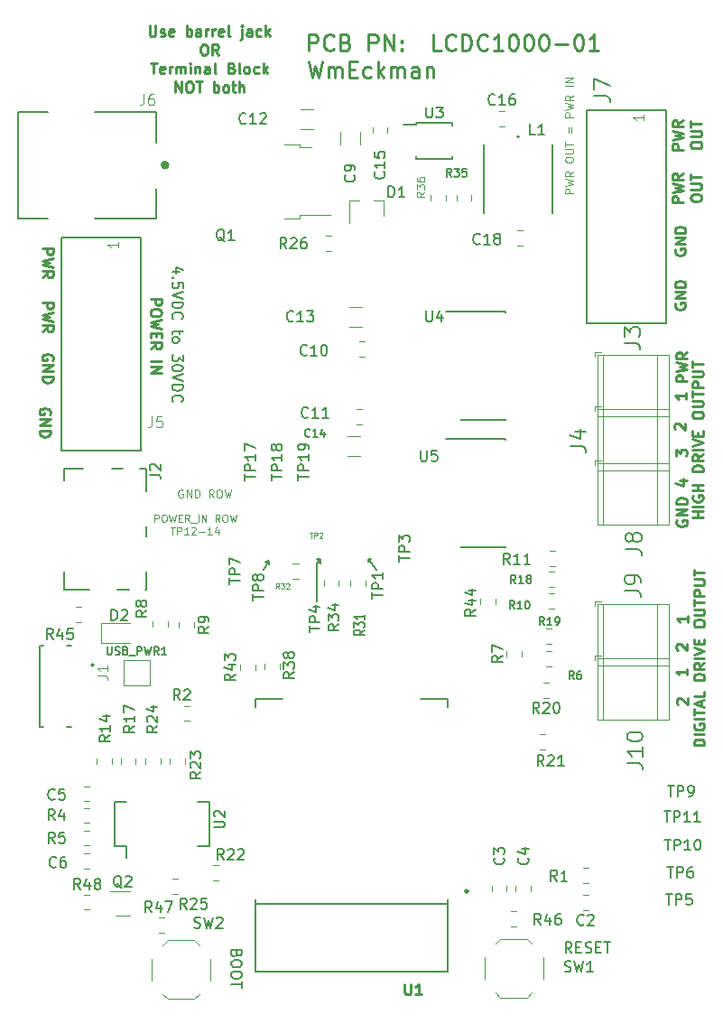
<source format=gbr>
G04 #@! TF.GenerationSoftware,KiCad,Pcbnew,(5.1.2)-1*
G04 #@! TF.CreationDate,2019-05-23T11:15:45-04:00*
G04 #@! TF.ProjectId,lc_dc1000,6c635f64-6331-4303-9030-2e6b69636164,rev?*
G04 #@! TF.SameCoordinates,Original*
G04 #@! TF.FileFunction,Legend,Top*
G04 #@! TF.FilePolarity,Positive*
%FSLAX46Y46*%
G04 Gerber Fmt 4.6, Leading zero omitted, Abs format (unit mm)*
G04 Created by KiCad (PCBNEW (5.1.2)-1) date 2019-05-23 11:15:45*
%MOMM*%
%LPD*%
G04 APERTURE LIST*
%ADD10C,0.150000*%
%ADD11C,0.250000*%
%ADD12C,0.125000*%
%ADD13C,0.200000*%
%ADD14C,0.127000*%
%ADD15C,0.400000*%
%ADD16C,0.120000*%
%ADD17C,0.300000*%
%ADD18C,0.152400*%
%ADD19C,0.100000*%
%ADD20C,0.187500*%
%ADD21C,0.050000*%
%ADD22C,0.250673*%
G04 APERTURE END LIST*
D10*
X185821628Y-134253457D02*
X185774009Y-134396314D01*
X185726390Y-134443933D01*
X185631152Y-134491552D01*
X185488295Y-134491552D01*
X185393057Y-134443933D01*
X185345438Y-134396314D01*
X185297819Y-134301076D01*
X185297819Y-133920123D01*
X186297819Y-133920123D01*
X186297819Y-134253457D01*
X186250200Y-134348695D01*
X186202580Y-134396314D01*
X186107342Y-134443933D01*
X186012104Y-134443933D01*
X185916866Y-134396314D01*
X185869247Y-134348695D01*
X185821628Y-134253457D01*
X185821628Y-133920123D01*
X186297819Y-135110600D02*
X186297819Y-135301076D01*
X186250200Y-135396314D01*
X186154961Y-135491552D01*
X185964485Y-135539171D01*
X185631152Y-135539171D01*
X185440676Y-135491552D01*
X185345438Y-135396314D01*
X185297819Y-135301076D01*
X185297819Y-135110600D01*
X185345438Y-135015361D01*
X185440676Y-134920123D01*
X185631152Y-134872504D01*
X185964485Y-134872504D01*
X186154961Y-134920123D01*
X186250200Y-135015361D01*
X186297819Y-135110600D01*
X186297819Y-136158219D02*
X186297819Y-136348695D01*
X186250200Y-136443933D01*
X186154961Y-136539171D01*
X185964485Y-136586790D01*
X185631152Y-136586790D01*
X185440676Y-136539171D01*
X185345438Y-136443933D01*
X185297819Y-136348695D01*
X185297819Y-136158219D01*
X185345438Y-136062980D01*
X185440676Y-135967742D01*
X185631152Y-135920123D01*
X185964485Y-135920123D01*
X186154961Y-135967742D01*
X186250200Y-136062980D01*
X186297819Y-136158219D01*
X186297819Y-136872504D02*
X186297819Y-137443933D01*
X185297819Y-137158219D02*
X186297819Y-137158219D01*
X217241619Y-134183380D02*
X216908285Y-133707190D01*
X216670190Y-134183380D02*
X216670190Y-133183380D01*
X217051142Y-133183380D01*
X217146380Y-133231000D01*
X217194000Y-133278619D01*
X217241619Y-133373857D01*
X217241619Y-133516714D01*
X217194000Y-133611952D01*
X217146380Y-133659571D01*
X217051142Y-133707190D01*
X216670190Y-133707190D01*
X217670190Y-133659571D02*
X218003523Y-133659571D01*
X218146380Y-134183380D02*
X217670190Y-134183380D01*
X217670190Y-133183380D01*
X218146380Y-133183380D01*
X218527333Y-134135761D02*
X218670190Y-134183380D01*
X218908285Y-134183380D01*
X219003523Y-134135761D01*
X219051142Y-134088142D01*
X219098761Y-133992904D01*
X219098761Y-133897666D01*
X219051142Y-133802428D01*
X219003523Y-133754809D01*
X218908285Y-133707190D01*
X218717809Y-133659571D01*
X218622571Y-133611952D01*
X218574952Y-133564333D01*
X218527333Y-133469095D01*
X218527333Y-133373857D01*
X218574952Y-133278619D01*
X218622571Y-133231000D01*
X218717809Y-133183380D01*
X218955904Y-133183380D01*
X219098761Y-133231000D01*
X219527333Y-133659571D02*
X219860666Y-133659571D01*
X220003523Y-134183380D02*
X219527333Y-134183380D01*
X219527333Y-133183380D01*
X220003523Y-133183380D01*
X220289238Y-133183380D02*
X220860666Y-133183380D01*
X220574952Y-134183380D02*
X220574952Y-133183380D01*
D11*
X228061780Y-80581333D02*
X227061780Y-80581333D01*
X227061780Y-80200380D01*
X227109400Y-80105142D01*
X227157019Y-80057523D01*
X227252257Y-80009904D01*
X227395114Y-80009904D01*
X227490352Y-80057523D01*
X227537971Y-80105142D01*
X227585590Y-80200380D01*
X227585590Y-80581333D01*
X227061780Y-79676571D02*
X228061780Y-79438476D01*
X227347495Y-79248000D01*
X228061780Y-79057523D01*
X227061780Y-78819428D01*
X228061780Y-77867047D02*
X227585590Y-78200380D01*
X228061780Y-78438476D02*
X227061780Y-78438476D01*
X227061780Y-78057523D01*
X227109400Y-77962285D01*
X227157019Y-77914666D01*
X227252257Y-77867047D01*
X227395114Y-77867047D01*
X227490352Y-77914666D01*
X227537971Y-77962285D01*
X227585590Y-78057523D01*
X227585590Y-78438476D01*
X227109400Y-93624304D02*
X227061780Y-93719542D01*
X227061780Y-93862400D01*
X227109400Y-94005257D01*
X227204638Y-94100495D01*
X227299876Y-94148114D01*
X227490352Y-94195733D01*
X227633209Y-94195733D01*
X227823685Y-94148114D01*
X227918923Y-94100495D01*
X228014161Y-94005257D01*
X228061780Y-93862400D01*
X228061780Y-93767161D01*
X228014161Y-93624304D01*
X227966542Y-93576685D01*
X227633209Y-93576685D01*
X227633209Y-93767161D01*
X228061780Y-93148114D02*
X227061780Y-93148114D01*
X228061780Y-92576685D01*
X227061780Y-92576685D01*
X228061780Y-92100495D02*
X227061780Y-92100495D01*
X227061780Y-91862400D01*
X227109400Y-91719542D01*
X227204638Y-91624304D01*
X227299876Y-91576685D01*
X227490352Y-91529066D01*
X227633209Y-91529066D01*
X227823685Y-91576685D01*
X227918923Y-91624304D01*
X228014161Y-91719542D01*
X228061780Y-91862400D01*
X228061780Y-92100495D01*
X192547028Y-50638971D02*
X192904171Y-52138971D01*
X193189885Y-51067542D01*
X193475600Y-52138971D01*
X193832742Y-50638971D01*
X194404171Y-52138971D02*
X194404171Y-51138971D01*
X194404171Y-51281828D02*
X194475600Y-51210400D01*
X194618457Y-51138971D01*
X194832742Y-51138971D01*
X194975600Y-51210400D01*
X195047028Y-51353257D01*
X195047028Y-52138971D01*
X195047028Y-51353257D02*
X195118457Y-51210400D01*
X195261314Y-51138971D01*
X195475600Y-51138971D01*
X195618457Y-51210400D01*
X195689885Y-51353257D01*
X195689885Y-52138971D01*
X196404171Y-51353257D02*
X196904171Y-51353257D01*
X197118457Y-52138971D02*
X196404171Y-52138971D01*
X196404171Y-50638971D01*
X197118457Y-50638971D01*
X198404171Y-52067542D02*
X198261314Y-52138971D01*
X197975600Y-52138971D01*
X197832742Y-52067542D01*
X197761314Y-51996114D01*
X197689885Y-51853257D01*
X197689885Y-51424685D01*
X197761314Y-51281828D01*
X197832742Y-51210400D01*
X197975600Y-51138971D01*
X198261314Y-51138971D01*
X198404171Y-51210400D01*
X199047028Y-52138971D02*
X199047028Y-50638971D01*
X199189885Y-51567542D02*
X199618457Y-52138971D01*
X199618457Y-51138971D02*
X199047028Y-51710400D01*
X200261314Y-52138971D02*
X200261314Y-51138971D01*
X200261314Y-51281828D02*
X200332742Y-51210400D01*
X200475600Y-51138971D01*
X200689885Y-51138971D01*
X200832742Y-51210400D01*
X200904171Y-51353257D01*
X200904171Y-52138971D01*
X200904171Y-51353257D02*
X200975600Y-51210400D01*
X201118457Y-51138971D01*
X201332742Y-51138971D01*
X201475600Y-51210400D01*
X201547028Y-51353257D01*
X201547028Y-52138971D01*
X202904171Y-52138971D02*
X202904171Y-51353257D01*
X202832742Y-51210400D01*
X202689885Y-51138971D01*
X202404171Y-51138971D01*
X202261314Y-51210400D01*
X202904171Y-52067542D02*
X202761314Y-52138971D01*
X202404171Y-52138971D01*
X202261314Y-52067542D01*
X202189885Y-51924685D01*
X202189885Y-51781828D01*
X202261314Y-51638971D01*
X202404171Y-51567542D01*
X202761314Y-51567542D01*
X202904171Y-51496114D01*
X203618457Y-51138971D02*
X203618457Y-52138971D01*
X203618457Y-51281828D02*
X203689885Y-51210400D01*
X203832742Y-51138971D01*
X204047028Y-51138971D01*
X204189885Y-51210400D01*
X204261314Y-51353257D01*
X204261314Y-52138971D01*
D12*
X217382285Y-62959571D02*
X216632285Y-62959571D01*
X216632285Y-62673857D01*
X216668000Y-62602428D01*
X216703714Y-62566714D01*
X216775142Y-62531000D01*
X216882285Y-62531000D01*
X216953714Y-62566714D01*
X216989428Y-62602428D01*
X217025142Y-62673857D01*
X217025142Y-62959571D01*
X216632285Y-62281000D02*
X217382285Y-62102428D01*
X216846571Y-61959571D01*
X217382285Y-61816714D01*
X216632285Y-61638142D01*
X217382285Y-60923857D02*
X217025142Y-61173857D01*
X217382285Y-61352428D02*
X216632285Y-61352428D01*
X216632285Y-61066714D01*
X216668000Y-60995285D01*
X216703714Y-60959571D01*
X216775142Y-60923857D01*
X216882285Y-60923857D01*
X216953714Y-60959571D01*
X216989428Y-60995285D01*
X217025142Y-61066714D01*
X217025142Y-61352428D01*
X216632285Y-59888142D02*
X216632285Y-59745285D01*
X216668000Y-59673857D01*
X216739428Y-59602428D01*
X216882285Y-59566714D01*
X217132285Y-59566714D01*
X217275142Y-59602428D01*
X217346571Y-59673857D01*
X217382285Y-59745285D01*
X217382285Y-59888142D01*
X217346571Y-59959571D01*
X217275142Y-60031000D01*
X217132285Y-60066714D01*
X216882285Y-60066714D01*
X216739428Y-60031000D01*
X216668000Y-59959571D01*
X216632285Y-59888142D01*
X216632285Y-59245285D02*
X217239428Y-59245285D01*
X217310857Y-59209571D01*
X217346571Y-59173857D01*
X217382285Y-59102428D01*
X217382285Y-58959571D01*
X217346571Y-58888142D01*
X217310857Y-58852428D01*
X217239428Y-58816714D01*
X216632285Y-58816714D01*
X216632285Y-58566714D02*
X216632285Y-58138142D01*
X217382285Y-58352428D02*
X216632285Y-58352428D01*
X216989428Y-57316714D02*
X216989428Y-56745285D01*
X217203714Y-56745285D02*
X217203714Y-57316714D01*
X217382285Y-55816714D02*
X216632285Y-55816714D01*
X216632285Y-55531000D01*
X216668000Y-55459571D01*
X216703714Y-55423857D01*
X216775142Y-55388142D01*
X216882285Y-55388142D01*
X216953714Y-55423857D01*
X216989428Y-55459571D01*
X217025142Y-55531000D01*
X217025142Y-55816714D01*
X216632285Y-55138142D02*
X217382285Y-54959571D01*
X216846571Y-54816714D01*
X217382285Y-54673857D01*
X216632285Y-54495285D01*
X217382285Y-53781000D02*
X217025142Y-54031000D01*
X217382285Y-54209571D02*
X216632285Y-54209571D01*
X216632285Y-53923857D01*
X216668000Y-53852428D01*
X216703714Y-53816714D01*
X216775142Y-53781000D01*
X216882285Y-53781000D01*
X216953714Y-53816714D01*
X216989428Y-53852428D01*
X217025142Y-53923857D01*
X217025142Y-54209571D01*
X217382285Y-52888142D02*
X216632285Y-52888142D01*
X217382285Y-52531000D02*
X216632285Y-52531000D01*
X217382285Y-52102428D01*
X216632285Y-52102428D01*
D13*
X180427285Y-70366714D02*
X179760619Y-70366714D01*
X180808238Y-70128619D02*
X180093952Y-69890523D01*
X180093952Y-70509571D01*
X179855857Y-70890523D02*
X179808238Y-70938142D01*
X179760619Y-70890523D01*
X179808238Y-70842904D01*
X179855857Y-70890523D01*
X179760619Y-70890523D01*
X180760619Y-71842904D02*
X180760619Y-71366714D01*
X180284428Y-71319095D01*
X180332047Y-71366714D01*
X180379666Y-71461952D01*
X180379666Y-71700047D01*
X180332047Y-71795285D01*
X180284428Y-71842904D01*
X180189190Y-71890523D01*
X179951095Y-71890523D01*
X179855857Y-71842904D01*
X179808238Y-71795285D01*
X179760619Y-71700047D01*
X179760619Y-71461952D01*
X179808238Y-71366714D01*
X179855857Y-71319095D01*
X180760619Y-72176238D02*
X179760619Y-72509571D01*
X180760619Y-72842904D01*
X179760619Y-73176238D02*
X180760619Y-73176238D01*
X180760619Y-73414333D01*
X180713000Y-73557190D01*
X180617761Y-73652428D01*
X180522523Y-73700047D01*
X180332047Y-73747666D01*
X180189190Y-73747666D01*
X179998714Y-73700047D01*
X179903476Y-73652428D01*
X179808238Y-73557190D01*
X179760619Y-73414333D01*
X179760619Y-73176238D01*
X179855857Y-74747666D02*
X179808238Y-74700047D01*
X179760619Y-74557190D01*
X179760619Y-74461952D01*
X179808238Y-74319095D01*
X179903476Y-74223857D01*
X179998714Y-74176238D01*
X180189190Y-74128619D01*
X180332047Y-74128619D01*
X180522523Y-74176238D01*
X180617761Y-74223857D01*
X180713000Y-74319095D01*
X180760619Y-74461952D01*
X180760619Y-74557190D01*
X180713000Y-74700047D01*
X180665380Y-74747666D01*
X180427285Y-75795285D02*
X180427285Y-76176238D01*
X180760619Y-75938142D02*
X179903476Y-75938142D01*
X179808238Y-75985761D01*
X179760619Y-76081000D01*
X179760619Y-76176238D01*
X179760619Y-76652428D02*
X179808238Y-76557190D01*
X179855857Y-76509571D01*
X179951095Y-76461952D01*
X180236809Y-76461952D01*
X180332047Y-76509571D01*
X180379666Y-76557190D01*
X180427285Y-76652428D01*
X180427285Y-76795285D01*
X180379666Y-76890523D01*
X180332047Y-76938142D01*
X180236809Y-76985761D01*
X179951095Y-76985761D01*
X179855857Y-76938142D01*
X179808238Y-76890523D01*
X179760619Y-76795285D01*
X179760619Y-76652428D01*
X180760619Y-78081000D02*
X180760619Y-78700047D01*
X180379666Y-78366714D01*
X180379666Y-78509571D01*
X180332047Y-78604809D01*
X180284428Y-78652428D01*
X180189190Y-78700047D01*
X179951095Y-78700047D01*
X179855857Y-78652428D01*
X179808238Y-78604809D01*
X179760619Y-78509571D01*
X179760619Y-78223857D01*
X179808238Y-78128619D01*
X179855857Y-78081000D01*
X180760619Y-79319095D02*
X180760619Y-79414333D01*
X180713000Y-79509571D01*
X180665380Y-79557190D01*
X180570142Y-79604809D01*
X180379666Y-79652428D01*
X180141571Y-79652428D01*
X179951095Y-79604809D01*
X179855857Y-79557190D01*
X179808238Y-79509571D01*
X179760619Y-79414333D01*
X179760619Y-79319095D01*
X179808238Y-79223857D01*
X179855857Y-79176238D01*
X179951095Y-79128619D01*
X180141571Y-79081000D01*
X180379666Y-79081000D01*
X180570142Y-79128619D01*
X180665380Y-79176238D01*
X180713000Y-79223857D01*
X180760619Y-79319095D01*
X180760619Y-79938142D02*
X179760619Y-80271476D01*
X180760619Y-80604809D01*
X179760619Y-80938142D02*
X180760619Y-80938142D01*
X180760619Y-81176238D01*
X180713000Y-81319095D01*
X180617761Y-81414333D01*
X180522523Y-81461952D01*
X180332047Y-81509571D01*
X180189190Y-81509571D01*
X179998714Y-81461952D01*
X179903476Y-81414333D01*
X179808238Y-81319095D01*
X179760619Y-81176238D01*
X179760619Y-80938142D01*
X179855857Y-82509571D02*
X179808238Y-82461952D01*
X179760619Y-82319095D01*
X179760619Y-82223857D01*
X179808238Y-82081000D01*
X179903476Y-81985761D01*
X179998714Y-81938142D01*
X180189190Y-81890523D01*
X180332047Y-81890523D01*
X180522523Y-81938142D01*
X180617761Y-81985761D01*
X180713000Y-82081000D01*
X180760619Y-82223857D01*
X180760619Y-82319095D01*
X180713000Y-82461952D01*
X180665380Y-82509571D01*
D11*
X192549571Y-49573571D02*
X192549571Y-48073571D01*
X193121000Y-48073571D01*
X193263857Y-48145000D01*
X193335285Y-48216428D01*
X193406714Y-48359285D01*
X193406714Y-48573571D01*
X193335285Y-48716428D01*
X193263857Y-48787857D01*
X193121000Y-48859285D01*
X192549571Y-48859285D01*
X194906714Y-49430714D02*
X194835285Y-49502142D01*
X194621000Y-49573571D01*
X194478142Y-49573571D01*
X194263857Y-49502142D01*
X194121000Y-49359285D01*
X194049571Y-49216428D01*
X193978142Y-48930714D01*
X193978142Y-48716428D01*
X194049571Y-48430714D01*
X194121000Y-48287857D01*
X194263857Y-48145000D01*
X194478142Y-48073571D01*
X194621000Y-48073571D01*
X194835285Y-48145000D01*
X194906714Y-48216428D01*
X196049571Y-48787857D02*
X196263857Y-48859285D01*
X196335285Y-48930714D01*
X196406714Y-49073571D01*
X196406714Y-49287857D01*
X196335285Y-49430714D01*
X196263857Y-49502142D01*
X196121000Y-49573571D01*
X195549571Y-49573571D01*
X195549571Y-48073571D01*
X196049571Y-48073571D01*
X196192428Y-48145000D01*
X196263857Y-48216428D01*
X196335285Y-48359285D01*
X196335285Y-48502142D01*
X196263857Y-48645000D01*
X196192428Y-48716428D01*
X196049571Y-48787857D01*
X195549571Y-48787857D01*
X198192428Y-49573571D02*
X198192428Y-48073571D01*
X198763857Y-48073571D01*
X198906714Y-48145000D01*
X198978142Y-48216428D01*
X199049571Y-48359285D01*
X199049571Y-48573571D01*
X198978142Y-48716428D01*
X198906714Y-48787857D01*
X198763857Y-48859285D01*
X198192428Y-48859285D01*
X199692428Y-49573571D02*
X199692428Y-48073571D01*
X200549571Y-49573571D01*
X200549571Y-48073571D01*
X201263857Y-49430714D02*
X201335285Y-49502142D01*
X201263857Y-49573571D01*
X201192428Y-49502142D01*
X201263857Y-49430714D01*
X201263857Y-49573571D01*
X201263857Y-48645000D02*
X201335285Y-48716428D01*
X201263857Y-48787857D01*
X201192428Y-48716428D01*
X201263857Y-48645000D01*
X201263857Y-48787857D01*
X204978142Y-49573571D02*
X204263857Y-49573571D01*
X204263857Y-48073571D01*
X206335285Y-49430714D02*
X206263857Y-49502142D01*
X206049571Y-49573571D01*
X205906714Y-49573571D01*
X205692428Y-49502142D01*
X205549571Y-49359285D01*
X205478142Y-49216428D01*
X205406714Y-48930714D01*
X205406714Y-48716428D01*
X205478142Y-48430714D01*
X205549571Y-48287857D01*
X205692428Y-48145000D01*
X205906714Y-48073571D01*
X206049571Y-48073571D01*
X206263857Y-48145000D01*
X206335285Y-48216428D01*
X206978142Y-49573571D02*
X206978142Y-48073571D01*
X207335285Y-48073571D01*
X207549571Y-48145000D01*
X207692428Y-48287857D01*
X207763857Y-48430714D01*
X207835285Y-48716428D01*
X207835285Y-48930714D01*
X207763857Y-49216428D01*
X207692428Y-49359285D01*
X207549571Y-49502142D01*
X207335285Y-49573571D01*
X206978142Y-49573571D01*
X209335285Y-49430714D02*
X209263857Y-49502142D01*
X209049571Y-49573571D01*
X208906714Y-49573571D01*
X208692428Y-49502142D01*
X208549571Y-49359285D01*
X208478142Y-49216428D01*
X208406714Y-48930714D01*
X208406714Y-48716428D01*
X208478142Y-48430714D01*
X208549571Y-48287857D01*
X208692428Y-48145000D01*
X208906714Y-48073571D01*
X209049571Y-48073571D01*
X209263857Y-48145000D01*
X209335285Y-48216428D01*
X210763857Y-49573571D02*
X209906714Y-49573571D01*
X210335285Y-49573571D02*
X210335285Y-48073571D01*
X210192428Y-48287857D01*
X210049571Y-48430714D01*
X209906714Y-48502142D01*
X211692428Y-48073571D02*
X211835285Y-48073571D01*
X211978142Y-48145000D01*
X212049571Y-48216428D01*
X212121000Y-48359285D01*
X212192428Y-48645000D01*
X212192428Y-49002142D01*
X212121000Y-49287857D01*
X212049571Y-49430714D01*
X211978142Y-49502142D01*
X211835285Y-49573571D01*
X211692428Y-49573571D01*
X211549571Y-49502142D01*
X211478142Y-49430714D01*
X211406714Y-49287857D01*
X211335285Y-49002142D01*
X211335285Y-48645000D01*
X211406714Y-48359285D01*
X211478142Y-48216428D01*
X211549571Y-48145000D01*
X211692428Y-48073571D01*
X213121000Y-48073571D02*
X213263857Y-48073571D01*
X213406714Y-48145000D01*
X213478142Y-48216428D01*
X213549571Y-48359285D01*
X213621000Y-48645000D01*
X213621000Y-49002142D01*
X213549571Y-49287857D01*
X213478142Y-49430714D01*
X213406714Y-49502142D01*
X213263857Y-49573571D01*
X213121000Y-49573571D01*
X212978142Y-49502142D01*
X212906714Y-49430714D01*
X212835285Y-49287857D01*
X212763857Y-49002142D01*
X212763857Y-48645000D01*
X212835285Y-48359285D01*
X212906714Y-48216428D01*
X212978142Y-48145000D01*
X213121000Y-48073571D01*
X214549571Y-48073571D02*
X214692428Y-48073571D01*
X214835285Y-48145000D01*
X214906714Y-48216428D01*
X214978142Y-48359285D01*
X215049571Y-48645000D01*
X215049571Y-49002142D01*
X214978142Y-49287857D01*
X214906714Y-49430714D01*
X214835285Y-49502142D01*
X214692428Y-49573571D01*
X214549571Y-49573571D01*
X214406714Y-49502142D01*
X214335285Y-49430714D01*
X214263857Y-49287857D01*
X214192428Y-49002142D01*
X214192428Y-48645000D01*
X214263857Y-48359285D01*
X214335285Y-48216428D01*
X214406714Y-48145000D01*
X214549571Y-48073571D01*
X215692428Y-49002142D02*
X216835285Y-49002142D01*
X217835285Y-48073571D02*
X217978142Y-48073571D01*
X218121000Y-48145000D01*
X218192428Y-48216428D01*
X218263857Y-48359285D01*
X218335285Y-48645000D01*
X218335285Y-49002142D01*
X218263857Y-49287857D01*
X218192428Y-49430714D01*
X218121000Y-49502142D01*
X217978142Y-49573571D01*
X217835285Y-49573571D01*
X217692428Y-49502142D01*
X217621000Y-49430714D01*
X217549571Y-49287857D01*
X217478142Y-49002142D01*
X217478142Y-48645000D01*
X217549571Y-48359285D01*
X217621000Y-48216428D01*
X217692428Y-48145000D01*
X217835285Y-48073571D01*
X219763857Y-49573571D02*
X218906714Y-49573571D01*
X219335285Y-49573571D02*
X219335285Y-48073571D01*
X219192428Y-48287857D01*
X219049571Y-48430714D01*
X218906714Y-48502142D01*
D12*
X180750228Y-90785600D02*
X180678800Y-90749885D01*
X180571657Y-90749885D01*
X180464514Y-90785600D01*
X180393085Y-90857028D01*
X180357371Y-90928457D01*
X180321657Y-91071314D01*
X180321657Y-91178457D01*
X180357371Y-91321314D01*
X180393085Y-91392742D01*
X180464514Y-91464171D01*
X180571657Y-91499885D01*
X180643085Y-91499885D01*
X180750228Y-91464171D01*
X180785942Y-91428457D01*
X180785942Y-91178457D01*
X180643085Y-91178457D01*
X181107371Y-91499885D02*
X181107371Y-90749885D01*
X181535942Y-91499885D01*
X181535942Y-90749885D01*
X181893085Y-91499885D02*
X181893085Y-90749885D01*
X182071657Y-90749885D01*
X182178800Y-90785600D01*
X182250228Y-90857028D01*
X182285942Y-90928457D01*
X182321657Y-91071314D01*
X182321657Y-91178457D01*
X182285942Y-91321314D01*
X182250228Y-91392742D01*
X182178800Y-91464171D01*
X182071657Y-91499885D01*
X181893085Y-91499885D01*
X183643085Y-91499885D02*
X183393085Y-91142742D01*
X183214514Y-91499885D02*
X183214514Y-90749885D01*
X183500228Y-90749885D01*
X183571657Y-90785600D01*
X183607371Y-90821314D01*
X183643085Y-90892742D01*
X183643085Y-90999885D01*
X183607371Y-91071314D01*
X183571657Y-91107028D01*
X183500228Y-91142742D01*
X183214514Y-91142742D01*
X184107371Y-90749885D02*
X184250228Y-90749885D01*
X184321657Y-90785600D01*
X184393085Y-90857028D01*
X184428800Y-90999885D01*
X184428800Y-91249885D01*
X184393085Y-91392742D01*
X184321657Y-91464171D01*
X184250228Y-91499885D01*
X184107371Y-91499885D01*
X184035942Y-91464171D01*
X183964514Y-91392742D01*
X183928800Y-91249885D01*
X183928800Y-90999885D01*
X183964514Y-90857028D01*
X184035942Y-90785600D01*
X184107371Y-90749885D01*
X184678800Y-90749885D02*
X184857371Y-91499885D01*
X185000228Y-90964171D01*
X185143085Y-91499885D01*
X185321657Y-90749885D01*
X178114800Y-93785366D02*
X178114800Y-93085366D01*
X178381466Y-93085366D01*
X178448133Y-93118700D01*
X178481466Y-93152033D01*
X178514800Y-93218700D01*
X178514800Y-93318700D01*
X178481466Y-93385366D01*
X178448133Y-93418700D01*
X178381466Y-93452033D01*
X178114800Y-93452033D01*
X178948133Y-93085366D02*
X179081466Y-93085366D01*
X179148133Y-93118700D01*
X179214800Y-93185366D01*
X179248133Y-93318700D01*
X179248133Y-93552033D01*
X179214800Y-93685366D01*
X179148133Y-93752033D01*
X179081466Y-93785366D01*
X178948133Y-93785366D01*
X178881466Y-93752033D01*
X178814800Y-93685366D01*
X178781466Y-93552033D01*
X178781466Y-93318700D01*
X178814800Y-93185366D01*
X178881466Y-93118700D01*
X178948133Y-93085366D01*
X179481466Y-93085366D02*
X179648133Y-93785366D01*
X179781466Y-93285366D01*
X179914800Y-93785366D01*
X180081466Y-93085366D01*
X180348133Y-93418700D02*
X180581466Y-93418700D01*
X180681466Y-93785366D02*
X180348133Y-93785366D01*
X180348133Y-93085366D01*
X180681466Y-93085366D01*
X181381466Y-93785366D02*
X181148133Y-93452033D01*
X180981466Y-93785366D02*
X180981466Y-93085366D01*
X181248133Y-93085366D01*
X181314800Y-93118700D01*
X181348133Y-93152033D01*
X181381466Y-93218700D01*
X181381466Y-93318700D01*
X181348133Y-93385366D01*
X181314800Y-93418700D01*
X181248133Y-93452033D01*
X180981466Y-93452033D01*
X181514800Y-93852033D02*
X182048133Y-93852033D01*
X182214800Y-93785366D02*
X182214800Y-93085366D01*
X182548133Y-93785366D02*
X182548133Y-93085366D01*
X182948133Y-93785366D01*
X182948133Y-93085366D01*
X184214800Y-93785366D02*
X183981466Y-93452033D01*
X183814800Y-93785366D02*
X183814800Y-93085366D01*
X184081466Y-93085366D01*
X184148133Y-93118700D01*
X184181466Y-93152033D01*
X184214800Y-93218700D01*
X184214800Y-93318700D01*
X184181466Y-93385366D01*
X184148133Y-93418700D01*
X184081466Y-93452033D01*
X183814800Y-93452033D01*
X184648133Y-93085366D02*
X184781466Y-93085366D01*
X184848133Y-93118700D01*
X184914800Y-93185366D01*
X184948133Y-93318700D01*
X184948133Y-93552033D01*
X184914800Y-93685366D01*
X184848133Y-93752033D01*
X184781466Y-93785366D01*
X184648133Y-93785366D01*
X184581466Y-93752033D01*
X184514800Y-93685366D01*
X184481466Y-93552033D01*
X184481466Y-93318700D01*
X184514800Y-93185366D01*
X184581466Y-93118700D01*
X184648133Y-93085366D01*
X185181466Y-93085366D02*
X185348133Y-93785366D01*
X185481466Y-93285366D01*
X185614800Y-93785366D01*
X185781466Y-93085366D01*
X179598133Y-94260366D02*
X179998133Y-94260366D01*
X179798133Y-94960366D02*
X179798133Y-94260366D01*
X180231466Y-94960366D02*
X180231466Y-94260366D01*
X180498133Y-94260366D01*
X180564800Y-94293700D01*
X180598133Y-94327033D01*
X180631466Y-94393700D01*
X180631466Y-94493700D01*
X180598133Y-94560366D01*
X180564800Y-94593700D01*
X180498133Y-94627033D01*
X180231466Y-94627033D01*
X181298133Y-94960366D02*
X180898133Y-94960366D01*
X181098133Y-94960366D02*
X181098133Y-94260366D01*
X181031466Y-94360366D01*
X180964800Y-94427033D01*
X180898133Y-94460366D01*
X181564800Y-94327033D02*
X181598133Y-94293700D01*
X181664800Y-94260366D01*
X181831466Y-94260366D01*
X181898133Y-94293700D01*
X181931466Y-94327033D01*
X181964800Y-94393700D01*
X181964800Y-94460366D01*
X181931466Y-94560366D01*
X181531466Y-94960366D01*
X181964800Y-94960366D01*
X182264800Y-94693700D02*
X182798133Y-94693700D01*
X183498133Y-94960366D02*
X183098133Y-94960366D01*
X183298133Y-94960366D02*
X183298133Y-94260366D01*
X183231466Y-94360366D01*
X183164800Y-94427033D01*
X183098133Y-94460366D01*
X184098133Y-94493700D02*
X184098133Y-94960366D01*
X183931466Y-94227033D02*
X183764800Y-94727033D01*
X184198133Y-94727033D01*
D11*
X177641952Y-47246380D02*
X177641952Y-48055904D01*
X177689571Y-48151142D01*
X177737190Y-48198761D01*
X177832428Y-48246380D01*
X178022904Y-48246380D01*
X178118142Y-48198761D01*
X178165761Y-48151142D01*
X178213380Y-48055904D01*
X178213380Y-47246380D01*
X178641952Y-48198761D02*
X178737190Y-48246380D01*
X178927666Y-48246380D01*
X179022904Y-48198761D01*
X179070523Y-48103523D01*
X179070523Y-48055904D01*
X179022904Y-47960666D01*
X178927666Y-47913047D01*
X178784809Y-47913047D01*
X178689571Y-47865428D01*
X178641952Y-47770190D01*
X178641952Y-47722571D01*
X178689571Y-47627333D01*
X178784809Y-47579714D01*
X178927666Y-47579714D01*
X179022904Y-47627333D01*
X179880047Y-48198761D02*
X179784809Y-48246380D01*
X179594333Y-48246380D01*
X179499095Y-48198761D01*
X179451476Y-48103523D01*
X179451476Y-47722571D01*
X179499095Y-47627333D01*
X179594333Y-47579714D01*
X179784809Y-47579714D01*
X179880047Y-47627333D01*
X179927666Y-47722571D01*
X179927666Y-47817809D01*
X179451476Y-47913047D01*
X181118142Y-48246380D02*
X181118142Y-47246380D01*
X181118142Y-47627333D02*
X181213380Y-47579714D01*
X181403857Y-47579714D01*
X181499095Y-47627333D01*
X181546714Y-47674952D01*
X181594333Y-47770190D01*
X181594333Y-48055904D01*
X181546714Y-48151142D01*
X181499095Y-48198761D01*
X181403857Y-48246380D01*
X181213380Y-48246380D01*
X181118142Y-48198761D01*
X182451476Y-48246380D02*
X182451476Y-47722571D01*
X182403857Y-47627333D01*
X182308619Y-47579714D01*
X182118142Y-47579714D01*
X182022904Y-47627333D01*
X182451476Y-48198761D02*
X182356238Y-48246380D01*
X182118142Y-48246380D01*
X182022904Y-48198761D01*
X181975285Y-48103523D01*
X181975285Y-48008285D01*
X182022904Y-47913047D01*
X182118142Y-47865428D01*
X182356238Y-47865428D01*
X182451476Y-47817809D01*
X182927666Y-48246380D02*
X182927666Y-47579714D01*
X182927666Y-47770190D02*
X182975285Y-47674952D01*
X183022904Y-47627333D01*
X183118142Y-47579714D01*
X183213380Y-47579714D01*
X183546714Y-48246380D02*
X183546714Y-47579714D01*
X183546714Y-47770190D02*
X183594333Y-47674952D01*
X183641952Y-47627333D01*
X183737190Y-47579714D01*
X183832428Y-47579714D01*
X184546714Y-48198761D02*
X184451476Y-48246380D01*
X184261000Y-48246380D01*
X184165761Y-48198761D01*
X184118142Y-48103523D01*
X184118142Y-47722571D01*
X184165761Y-47627333D01*
X184261000Y-47579714D01*
X184451476Y-47579714D01*
X184546714Y-47627333D01*
X184594333Y-47722571D01*
X184594333Y-47817809D01*
X184118142Y-47913047D01*
X185165761Y-48246380D02*
X185070523Y-48198761D01*
X185022904Y-48103523D01*
X185022904Y-47246380D01*
X186308619Y-47579714D02*
X186308619Y-48436857D01*
X186261000Y-48532095D01*
X186165761Y-48579714D01*
X186118142Y-48579714D01*
X186308619Y-47246380D02*
X186261000Y-47294000D01*
X186308619Y-47341619D01*
X186356238Y-47294000D01*
X186308619Y-47246380D01*
X186308619Y-47341619D01*
X187213380Y-48246380D02*
X187213380Y-47722571D01*
X187165761Y-47627333D01*
X187070523Y-47579714D01*
X186880047Y-47579714D01*
X186784809Y-47627333D01*
X187213380Y-48198761D02*
X187118142Y-48246380D01*
X186880047Y-48246380D01*
X186784809Y-48198761D01*
X186737190Y-48103523D01*
X186737190Y-48008285D01*
X186784809Y-47913047D01*
X186880047Y-47865428D01*
X187118142Y-47865428D01*
X187213380Y-47817809D01*
X188118142Y-48198761D02*
X188022904Y-48246380D01*
X187832428Y-48246380D01*
X187737190Y-48198761D01*
X187689571Y-48151142D01*
X187641952Y-48055904D01*
X187641952Y-47770190D01*
X187689571Y-47674952D01*
X187737190Y-47627333D01*
X187832428Y-47579714D01*
X188022904Y-47579714D01*
X188118142Y-47627333D01*
X188546714Y-48246380D02*
X188546714Y-47246380D01*
X188641952Y-47865428D02*
X188927666Y-48246380D01*
X188927666Y-47579714D02*
X188546714Y-47960666D01*
X182665761Y-48996380D02*
X182856238Y-48996380D01*
X182951476Y-49044000D01*
X183046714Y-49139238D01*
X183094333Y-49329714D01*
X183094333Y-49663047D01*
X183046714Y-49853523D01*
X182951476Y-49948761D01*
X182856238Y-49996380D01*
X182665761Y-49996380D01*
X182570523Y-49948761D01*
X182475285Y-49853523D01*
X182427666Y-49663047D01*
X182427666Y-49329714D01*
X182475285Y-49139238D01*
X182570523Y-49044000D01*
X182665761Y-48996380D01*
X184094333Y-49996380D02*
X183761000Y-49520190D01*
X183522904Y-49996380D02*
X183522904Y-48996380D01*
X183903857Y-48996380D01*
X183999095Y-49044000D01*
X184046714Y-49091619D01*
X184094333Y-49186857D01*
X184094333Y-49329714D01*
X184046714Y-49424952D01*
X183999095Y-49472571D01*
X183903857Y-49520190D01*
X183522904Y-49520190D01*
X177737190Y-50746380D02*
X178308619Y-50746380D01*
X178022904Y-51746380D02*
X178022904Y-50746380D01*
X179022904Y-51698761D02*
X178927666Y-51746380D01*
X178737190Y-51746380D01*
X178641952Y-51698761D01*
X178594333Y-51603523D01*
X178594333Y-51222571D01*
X178641952Y-51127333D01*
X178737190Y-51079714D01*
X178927666Y-51079714D01*
X179022904Y-51127333D01*
X179070523Y-51222571D01*
X179070523Y-51317809D01*
X178594333Y-51413047D01*
X179499095Y-51746380D02*
X179499095Y-51079714D01*
X179499095Y-51270190D02*
X179546714Y-51174952D01*
X179594333Y-51127333D01*
X179689571Y-51079714D01*
X179784809Y-51079714D01*
X180118142Y-51746380D02*
X180118142Y-51079714D01*
X180118142Y-51174952D02*
X180165761Y-51127333D01*
X180261000Y-51079714D01*
X180403857Y-51079714D01*
X180499095Y-51127333D01*
X180546714Y-51222571D01*
X180546714Y-51746380D01*
X180546714Y-51222571D02*
X180594333Y-51127333D01*
X180689571Y-51079714D01*
X180832428Y-51079714D01*
X180927666Y-51127333D01*
X180975285Y-51222571D01*
X180975285Y-51746380D01*
X181451476Y-51746380D02*
X181451476Y-51079714D01*
X181451476Y-50746380D02*
X181403857Y-50794000D01*
X181451476Y-50841619D01*
X181499095Y-50794000D01*
X181451476Y-50746380D01*
X181451476Y-50841619D01*
X181927666Y-51079714D02*
X181927666Y-51746380D01*
X181927666Y-51174952D02*
X181975285Y-51127333D01*
X182070523Y-51079714D01*
X182213380Y-51079714D01*
X182308619Y-51127333D01*
X182356238Y-51222571D01*
X182356238Y-51746380D01*
X183261000Y-51746380D02*
X183261000Y-51222571D01*
X183213380Y-51127333D01*
X183118142Y-51079714D01*
X182927666Y-51079714D01*
X182832428Y-51127333D01*
X183261000Y-51698761D02*
X183165761Y-51746380D01*
X182927666Y-51746380D01*
X182832428Y-51698761D01*
X182784809Y-51603523D01*
X182784809Y-51508285D01*
X182832428Y-51413047D01*
X182927666Y-51365428D01*
X183165761Y-51365428D01*
X183261000Y-51317809D01*
X183880047Y-51746380D02*
X183784809Y-51698761D01*
X183737190Y-51603523D01*
X183737190Y-50746380D01*
X185356238Y-51222571D02*
X185499095Y-51270190D01*
X185546714Y-51317809D01*
X185594333Y-51413047D01*
X185594333Y-51555904D01*
X185546714Y-51651142D01*
X185499095Y-51698761D01*
X185403857Y-51746380D01*
X185022904Y-51746380D01*
X185022904Y-50746380D01*
X185356238Y-50746380D01*
X185451476Y-50794000D01*
X185499095Y-50841619D01*
X185546714Y-50936857D01*
X185546714Y-51032095D01*
X185499095Y-51127333D01*
X185451476Y-51174952D01*
X185356238Y-51222571D01*
X185022904Y-51222571D01*
X186165761Y-51746380D02*
X186070523Y-51698761D01*
X186022904Y-51603523D01*
X186022904Y-50746380D01*
X186689571Y-51746380D02*
X186594333Y-51698761D01*
X186546714Y-51651142D01*
X186499095Y-51555904D01*
X186499095Y-51270190D01*
X186546714Y-51174952D01*
X186594333Y-51127333D01*
X186689571Y-51079714D01*
X186832428Y-51079714D01*
X186927666Y-51127333D01*
X186975285Y-51174952D01*
X187022904Y-51270190D01*
X187022904Y-51555904D01*
X186975285Y-51651142D01*
X186927666Y-51698761D01*
X186832428Y-51746380D01*
X186689571Y-51746380D01*
X187880047Y-51698761D02*
X187784809Y-51746380D01*
X187594333Y-51746380D01*
X187499095Y-51698761D01*
X187451476Y-51651142D01*
X187403857Y-51555904D01*
X187403857Y-51270190D01*
X187451476Y-51174952D01*
X187499095Y-51127333D01*
X187594333Y-51079714D01*
X187784809Y-51079714D01*
X187880047Y-51127333D01*
X188308619Y-51746380D02*
X188308619Y-50746380D01*
X188403857Y-51365428D02*
X188689571Y-51746380D01*
X188689571Y-51079714D02*
X188308619Y-51460666D01*
X180046714Y-53496380D02*
X180046714Y-52496380D01*
X180618142Y-53496380D01*
X180618142Y-52496380D01*
X181284809Y-52496380D02*
X181475285Y-52496380D01*
X181570523Y-52544000D01*
X181665761Y-52639238D01*
X181713380Y-52829714D01*
X181713380Y-53163047D01*
X181665761Y-53353523D01*
X181570523Y-53448761D01*
X181475285Y-53496380D01*
X181284809Y-53496380D01*
X181189571Y-53448761D01*
X181094333Y-53353523D01*
X181046714Y-53163047D01*
X181046714Y-52829714D01*
X181094333Y-52639238D01*
X181189571Y-52544000D01*
X181284809Y-52496380D01*
X181999095Y-52496380D02*
X182570523Y-52496380D01*
X182284809Y-53496380D02*
X182284809Y-52496380D01*
X183665761Y-53496380D02*
X183665761Y-52496380D01*
X183665761Y-52877333D02*
X183761000Y-52829714D01*
X183951476Y-52829714D01*
X184046714Y-52877333D01*
X184094333Y-52924952D01*
X184141952Y-53020190D01*
X184141952Y-53305904D01*
X184094333Y-53401142D01*
X184046714Y-53448761D01*
X183951476Y-53496380D01*
X183761000Y-53496380D01*
X183665761Y-53448761D01*
X184713380Y-53496380D02*
X184618142Y-53448761D01*
X184570523Y-53401142D01*
X184522904Y-53305904D01*
X184522904Y-53020190D01*
X184570523Y-52924952D01*
X184618142Y-52877333D01*
X184713380Y-52829714D01*
X184856238Y-52829714D01*
X184951476Y-52877333D01*
X184999095Y-52924952D01*
X185046714Y-53020190D01*
X185046714Y-53305904D01*
X184999095Y-53401142D01*
X184951476Y-53448761D01*
X184856238Y-53496380D01*
X184713380Y-53496380D01*
X185332428Y-52829714D02*
X185713380Y-52829714D01*
X185475285Y-52496380D02*
X185475285Y-53353523D01*
X185522904Y-53448761D01*
X185618142Y-53496380D01*
X185713380Y-53496380D01*
X186046714Y-53496380D02*
X186046714Y-52496380D01*
X186475285Y-53496380D02*
X186475285Y-52972571D01*
X186427666Y-52877333D01*
X186332428Y-52829714D01*
X186189571Y-52829714D01*
X186094333Y-52877333D01*
X186046714Y-52924952D01*
X177728619Y-72874619D02*
X178728619Y-72874619D01*
X178728619Y-73255571D01*
X178681000Y-73350809D01*
X178633380Y-73398428D01*
X178538142Y-73446047D01*
X178395285Y-73446047D01*
X178300047Y-73398428D01*
X178252428Y-73350809D01*
X178204809Y-73255571D01*
X178204809Y-72874619D01*
X178728619Y-74065095D02*
X178728619Y-74255571D01*
X178681000Y-74350809D01*
X178585761Y-74446047D01*
X178395285Y-74493666D01*
X178061952Y-74493666D01*
X177871476Y-74446047D01*
X177776238Y-74350809D01*
X177728619Y-74255571D01*
X177728619Y-74065095D01*
X177776238Y-73969857D01*
X177871476Y-73874619D01*
X178061952Y-73827000D01*
X178395285Y-73827000D01*
X178585761Y-73874619D01*
X178681000Y-73969857D01*
X178728619Y-74065095D01*
X178728619Y-74827000D02*
X177728619Y-75065095D01*
X178442904Y-75255571D01*
X177728619Y-75446047D01*
X178728619Y-75684142D01*
X178252428Y-76065095D02*
X178252428Y-76398428D01*
X177728619Y-76541285D02*
X177728619Y-76065095D01*
X178728619Y-76065095D01*
X178728619Y-76541285D01*
X177728619Y-77541285D02*
X178204809Y-77207952D01*
X177728619Y-76969857D02*
X178728619Y-76969857D01*
X178728619Y-77350809D01*
X178681000Y-77446047D01*
X178633380Y-77493666D01*
X178538142Y-77541285D01*
X178395285Y-77541285D01*
X178300047Y-77493666D01*
X178252428Y-77446047D01*
X178204809Y-77350809D01*
X178204809Y-76969857D01*
X177728619Y-78731761D02*
X178728619Y-78731761D01*
X177728619Y-79207952D02*
X178728619Y-79207952D01*
X177728619Y-79779380D01*
X178728619Y-79779380D01*
X167568619Y-68135666D02*
X168568619Y-68135666D01*
X168568619Y-68516619D01*
X168521000Y-68611857D01*
X168473380Y-68659476D01*
X168378142Y-68707095D01*
X168235285Y-68707095D01*
X168140047Y-68659476D01*
X168092428Y-68611857D01*
X168044809Y-68516619D01*
X168044809Y-68135666D01*
X168568619Y-69040428D02*
X167568619Y-69278523D01*
X168282904Y-69469000D01*
X167568619Y-69659476D01*
X168568619Y-69897571D01*
X167568619Y-70849952D02*
X168044809Y-70516619D01*
X167568619Y-70278523D02*
X168568619Y-70278523D01*
X168568619Y-70659476D01*
X168521000Y-70754714D01*
X168473380Y-70802333D01*
X168378142Y-70849952D01*
X168235285Y-70849952D01*
X168140047Y-70802333D01*
X168092428Y-70754714D01*
X168044809Y-70659476D01*
X168044809Y-70278523D01*
X167568619Y-73215666D02*
X168568619Y-73215666D01*
X168568619Y-73596619D01*
X168521000Y-73691857D01*
X168473380Y-73739476D01*
X168378142Y-73787095D01*
X168235285Y-73787095D01*
X168140047Y-73739476D01*
X168092428Y-73691857D01*
X168044809Y-73596619D01*
X168044809Y-73215666D01*
X168568619Y-74120428D02*
X167568619Y-74358523D01*
X168282904Y-74549000D01*
X167568619Y-74739476D01*
X168568619Y-74977571D01*
X167568619Y-75929952D02*
X168044809Y-75596619D01*
X167568619Y-75358523D02*
X168568619Y-75358523D01*
X168568619Y-75739476D01*
X168521000Y-75834714D01*
X168473380Y-75882333D01*
X168378142Y-75929952D01*
X168235285Y-75929952D01*
X168140047Y-75882333D01*
X168092428Y-75834714D01*
X168044809Y-75739476D01*
X168044809Y-75358523D01*
X168267000Y-83693095D02*
X168314619Y-83597857D01*
X168314619Y-83455000D01*
X168267000Y-83312142D01*
X168171761Y-83216904D01*
X168076523Y-83169285D01*
X167886047Y-83121666D01*
X167743190Y-83121666D01*
X167552714Y-83169285D01*
X167457476Y-83216904D01*
X167362238Y-83312142D01*
X167314619Y-83455000D01*
X167314619Y-83550238D01*
X167362238Y-83693095D01*
X167409857Y-83740714D01*
X167743190Y-83740714D01*
X167743190Y-83550238D01*
X167314619Y-84169285D02*
X168314619Y-84169285D01*
X167314619Y-84740714D01*
X168314619Y-84740714D01*
X167314619Y-85216904D02*
X168314619Y-85216904D01*
X168314619Y-85455000D01*
X168267000Y-85597857D01*
X168171761Y-85693095D01*
X168076523Y-85740714D01*
X167886047Y-85788333D01*
X167743190Y-85788333D01*
X167552714Y-85740714D01*
X167457476Y-85693095D01*
X167362238Y-85597857D01*
X167314619Y-85455000D01*
X167314619Y-85216904D01*
X168521000Y-78613095D02*
X168568619Y-78517857D01*
X168568619Y-78375000D01*
X168521000Y-78232142D01*
X168425761Y-78136904D01*
X168330523Y-78089285D01*
X168140047Y-78041666D01*
X167997190Y-78041666D01*
X167806714Y-78089285D01*
X167711476Y-78136904D01*
X167616238Y-78232142D01*
X167568619Y-78375000D01*
X167568619Y-78470238D01*
X167616238Y-78613095D01*
X167663857Y-78660714D01*
X167997190Y-78660714D01*
X167997190Y-78470238D01*
X167568619Y-79089285D02*
X168568619Y-79089285D01*
X167568619Y-79660714D01*
X168568619Y-79660714D01*
X167568619Y-80136904D02*
X168568619Y-80136904D01*
X168568619Y-80375000D01*
X168521000Y-80517857D01*
X168425761Y-80613095D01*
X168330523Y-80660714D01*
X168140047Y-80708333D01*
X167997190Y-80708333D01*
X167806714Y-80660714D01*
X167711476Y-80613095D01*
X167616238Y-80517857D01*
X167568619Y-80375000D01*
X167568619Y-80136904D01*
X229687380Y-114719666D02*
X228687380Y-114719666D01*
X228687380Y-114481571D01*
X228735000Y-114338714D01*
X228830238Y-114243476D01*
X228925476Y-114195857D01*
X229115952Y-114148238D01*
X229258809Y-114148238D01*
X229449285Y-114195857D01*
X229544523Y-114243476D01*
X229639761Y-114338714D01*
X229687380Y-114481571D01*
X229687380Y-114719666D01*
X229687380Y-113719666D02*
X228687380Y-113719666D01*
X228735000Y-112719666D02*
X228687380Y-112814904D01*
X228687380Y-112957761D01*
X228735000Y-113100619D01*
X228830238Y-113195857D01*
X228925476Y-113243476D01*
X229115952Y-113291095D01*
X229258809Y-113291095D01*
X229449285Y-113243476D01*
X229544523Y-113195857D01*
X229639761Y-113100619D01*
X229687380Y-112957761D01*
X229687380Y-112862523D01*
X229639761Y-112719666D01*
X229592142Y-112672047D01*
X229258809Y-112672047D01*
X229258809Y-112862523D01*
X229687380Y-112243476D02*
X228687380Y-112243476D01*
X228687380Y-111910142D02*
X228687380Y-111338714D01*
X229687380Y-111624428D02*
X228687380Y-111624428D01*
X229401666Y-111053000D02*
X229401666Y-110576809D01*
X229687380Y-111148238D02*
X228687380Y-110814904D01*
X229687380Y-110481571D01*
X229687380Y-109672047D02*
X229687380Y-110148238D01*
X228687380Y-110148238D01*
X229687380Y-108576809D02*
X228687380Y-108576809D01*
X228687380Y-108338714D01*
X228735000Y-108195857D01*
X228830238Y-108100619D01*
X228925476Y-108053000D01*
X229115952Y-108005380D01*
X229258809Y-108005380D01*
X229449285Y-108053000D01*
X229544523Y-108100619D01*
X229639761Y-108195857D01*
X229687380Y-108338714D01*
X229687380Y-108576809D01*
X229687380Y-107005380D02*
X229211190Y-107338714D01*
X229687380Y-107576809D02*
X228687380Y-107576809D01*
X228687380Y-107195857D01*
X228735000Y-107100619D01*
X228782619Y-107053000D01*
X228877857Y-107005380D01*
X229020714Y-107005380D01*
X229115952Y-107053000D01*
X229163571Y-107100619D01*
X229211190Y-107195857D01*
X229211190Y-107576809D01*
X229687380Y-106576809D02*
X228687380Y-106576809D01*
X228687380Y-106243476D02*
X229687380Y-105910142D01*
X228687380Y-105576809D01*
X229163571Y-105243476D02*
X229163571Y-104910142D01*
X229687380Y-104767285D02*
X229687380Y-105243476D01*
X228687380Y-105243476D01*
X228687380Y-104767285D01*
X228687380Y-103386333D02*
X228687380Y-103195857D01*
X228735000Y-103100619D01*
X228830238Y-103005380D01*
X229020714Y-102957761D01*
X229354047Y-102957761D01*
X229544523Y-103005380D01*
X229639761Y-103100619D01*
X229687380Y-103195857D01*
X229687380Y-103386333D01*
X229639761Y-103481571D01*
X229544523Y-103576809D01*
X229354047Y-103624428D01*
X229020714Y-103624428D01*
X228830238Y-103576809D01*
X228735000Y-103481571D01*
X228687380Y-103386333D01*
X228687380Y-102529190D02*
X229496904Y-102529190D01*
X229592142Y-102481571D01*
X229639761Y-102433952D01*
X229687380Y-102338714D01*
X229687380Y-102148238D01*
X229639761Y-102053000D01*
X229592142Y-102005380D01*
X229496904Y-101957761D01*
X228687380Y-101957761D01*
X228687380Y-101624428D02*
X228687380Y-101053000D01*
X229687380Y-101338714D02*
X228687380Y-101338714D01*
X229687380Y-100719666D02*
X228687380Y-100719666D01*
X228687380Y-100338714D01*
X228735000Y-100243476D01*
X228782619Y-100195857D01*
X228877857Y-100148238D01*
X229020714Y-100148238D01*
X229115952Y-100195857D01*
X229163571Y-100243476D01*
X229211190Y-100338714D01*
X229211190Y-100719666D01*
X228687380Y-99719666D02*
X229496904Y-99719666D01*
X229592142Y-99672047D01*
X229639761Y-99624428D01*
X229687380Y-99529190D01*
X229687380Y-99338714D01*
X229639761Y-99243476D01*
X229592142Y-99195857D01*
X229496904Y-99148238D01*
X228687380Y-99148238D01*
X228687380Y-98814904D02*
X228687380Y-98243476D01*
X229687380Y-98529190D02*
X228687380Y-98529190D01*
X228087180Y-102584285D02*
X228087180Y-103155714D01*
X228087180Y-102870000D02*
X227087180Y-102870000D01*
X227230038Y-102965238D01*
X227325276Y-103060476D01*
X227372895Y-103155714D01*
X227157019Y-105771914D02*
X227109400Y-105724295D01*
X227061780Y-105629057D01*
X227061780Y-105390961D01*
X227109400Y-105295723D01*
X227157019Y-105248104D01*
X227252257Y-105200485D01*
X227347495Y-105200485D01*
X227490352Y-105248104D01*
X228061780Y-105819533D01*
X228061780Y-105200485D01*
X227182419Y-110877314D02*
X227134800Y-110829695D01*
X227087180Y-110734457D01*
X227087180Y-110496361D01*
X227134800Y-110401123D01*
X227182419Y-110353504D01*
X227277657Y-110305885D01*
X227372895Y-110305885D01*
X227515752Y-110353504D01*
X228087180Y-110924933D01*
X228087180Y-110305885D01*
X228010980Y-107562685D02*
X228010980Y-108134114D01*
X228010980Y-107848400D02*
X227010980Y-107848400D01*
X227153838Y-107943638D01*
X227249076Y-108038876D01*
X227296695Y-108134114D01*
X229560380Y-93367904D02*
X228560380Y-93367904D01*
X229036571Y-93367904D02*
X229036571Y-92796476D01*
X229560380Y-92796476D02*
X228560380Y-92796476D01*
X229560380Y-92320285D02*
X228560380Y-92320285D01*
X228608000Y-91320285D02*
X228560380Y-91415523D01*
X228560380Y-91558380D01*
X228608000Y-91701238D01*
X228703238Y-91796476D01*
X228798476Y-91844095D01*
X228988952Y-91891714D01*
X229131809Y-91891714D01*
X229322285Y-91844095D01*
X229417523Y-91796476D01*
X229512761Y-91701238D01*
X229560380Y-91558380D01*
X229560380Y-91463142D01*
X229512761Y-91320285D01*
X229465142Y-91272666D01*
X229131809Y-91272666D01*
X229131809Y-91463142D01*
X229560380Y-90844095D02*
X228560380Y-90844095D01*
X229036571Y-90844095D02*
X229036571Y-90272666D01*
X229560380Y-90272666D02*
X228560380Y-90272666D01*
X229560380Y-89034571D02*
X228560380Y-89034571D01*
X228560380Y-88796476D01*
X228608000Y-88653619D01*
X228703238Y-88558380D01*
X228798476Y-88510761D01*
X228988952Y-88463142D01*
X229131809Y-88463142D01*
X229322285Y-88510761D01*
X229417523Y-88558380D01*
X229512761Y-88653619D01*
X229560380Y-88796476D01*
X229560380Y-89034571D01*
X229560380Y-87463142D02*
X229084190Y-87796476D01*
X229560380Y-88034571D02*
X228560380Y-88034571D01*
X228560380Y-87653619D01*
X228608000Y-87558380D01*
X228655619Y-87510761D01*
X228750857Y-87463142D01*
X228893714Y-87463142D01*
X228988952Y-87510761D01*
X229036571Y-87558380D01*
X229084190Y-87653619D01*
X229084190Y-88034571D01*
X229560380Y-87034571D02*
X228560380Y-87034571D01*
X228560380Y-86701238D02*
X229560380Y-86367904D01*
X228560380Y-86034571D01*
X229036571Y-85701238D02*
X229036571Y-85367904D01*
X229560380Y-85225047D02*
X229560380Y-85701238D01*
X228560380Y-85701238D01*
X228560380Y-85225047D01*
X228560380Y-83844095D02*
X228560380Y-83653619D01*
X228608000Y-83558380D01*
X228703238Y-83463142D01*
X228893714Y-83415523D01*
X229227047Y-83415523D01*
X229417523Y-83463142D01*
X229512761Y-83558380D01*
X229560380Y-83653619D01*
X229560380Y-83844095D01*
X229512761Y-83939333D01*
X229417523Y-84034571D01*
X229227047Y-84082190D01*
X228893714Y-84082190D01*
X228703238Y-84034571D01*
X228608000Y-83939333D01*
X228560380Y-83844095D01*
X228560380Y-82986952D02*
X229369904Y-82986952D01*
X229465142Y-82939333D01*
X229512761Y-82891714D01*
X229560380Y-82796476D01*
X229560380Y-82606000D01*
X229512761Y-82510761D01*
X229465142Y-82463142D01*
X229369904Y-82415523D01*
X228560380Y-82415523D01*
X228560380Y-82082190D02*
X228560380Y-81510761D01*
X229560380Y-81796476D02*
X228560380Y-81796476D01*
X229560380Y-81177428D02*
X228560380Y-81177428D01*
X228560380Y-80796476D01*
X228608000Y-80701238D01*
X228655619Y-80653619D01*
X228750857Y-80606000D01*
X228893714Y-80606000D01*
X228988952Y-80653619D01*
X229036571Y-80701238D01*
X229084190Y-80796476D01*
X229084190Y-81177428D01*
X228560380Y-80177428D02*
X229369904Y-80177428D01*
X229465142Y-80129809D01*
X229512761Y-80082190D01*
X229560380Y-79986952D01*
X229560380Y-79796476D01*
X229512761Y-79701238D01*
X229465142Y-79653619D01*
X229369904Y-79606000D01*
X228560380Y-79606000D01*
X228560380Y-79272666D02*
X228560380Y-78701238D01*
X229560380Y-78986952D02*
X228560380Y-78986952D01*
X227344314Y-89903323D02*
X228010980Y-89903323D01*
X226963361Y-90141419D02*
X227677647Y-90379514D01*
X227677647Y-89760466D01*
X227036380Y-87607733D02*
X227036380Y-86988685D01*
X227417333Y-87322019D01*
X227417333Y-87179161D01*
X227464952Y-87083923D01*
X227512571Y-87036304D01*
X227607809Y-86988685D01*
X227845904Y-86988685D01*
X227941142Y-87036304D01*
X227988761Y-87083923D01*
X228036380Y-87179161D01*
X228036380Y-87464876D01*
X227988761Y-87560114D01*
X227941142Y-87607733D01*
X226979219Y-85096314D02*
X226931600Y-85048695D01*
X226883980Y-84953457D01*
X226883980Y-84715361D01*
X226931600Y-84620123D01*
X226979219Y-84572504D01*
X227074457Y-84524885D01*
X227169695Y-84524885D01*
X227312552Y-84572504D01*
X227883980Y-85143933D01*
X227883980Y-84524885D01*
X227985580Y-81680085D02*
X227985580Y-82251514D01*
X227985580Y-81965800D02*
X226985580Y-81965800D01*
X227128438Y-82061038D01*
X227223676Y-82156276D01*
X227271295Y-82251514D01*
X226957000Y-73278904D02*
X226909380Y-73374142D01*
X226909380Y-73517000D01*
X226957000Y-73659857D01*
X227052238Y-73755095D01*
X227147476Y-73802714D01*
X227337952Y-73850333D01*
X227480809Y-73850333D01*
X227671285Y-73802714D01*
X227766523Y-73755095D01*
X227861761Y-73659857D01*
X227909380Y-73517000D01*
X227909380Y-73421761D01*
X227861761Y-73278904D01*
X227814142Y-73231285D01*
X227480809Y-73231285D01*
X227480809Y-73421761D01*
X227909380Y-72802714D02*
X226909380Y-72802714D01*
X227909380Y-72231285D01*
X226909380Y-72231285D01*
X227909380Y-71755095D02*
X226909380Y-71755095D01*
X226909380Y-71517000D01*
X226957000Y-71374142D01*
X227052238Y-71278904D01*
X227147476Y-71231285D01*
X227337952Y-71183666D01*
X227480809Y-71183666D01*
X227671285Y-71231285D01*
X227766523Y-71278904D01*
X227861761Y-71374142D01*
X227909380Y-71517000D01*
X227909380Y-71755095D01*
X226957000Y-68198904D02*
X226909380Y-68294142D01*
X226909380Y-68437000D01*
X226957000Y-68579857D01*
X227052238Y-68675095D01*
X227147476Y-68722714D01*
X227337952Y-68770333D01*
X227480809Y-68770333D01*
X227671285Y-68722714D01*
X227766523Y-68675095D01*
X227861761Y-68579857D01*
X227909380Y-68437000D01*
X227909380Y-68341761D01*
X227861761Y-68198904D01*
X227814142Y-68151285D01*
X227480809Y-68151285D01*
X227480809Y-68341761D01*
X227909380Y-67722714D02*
X226909380Y-67722714D01*
X227909380Y-67151285D01*
X226909380Y-67151285D01*
X227909380Y-66675095D02*
X226909380Y-66675095D01*
X226909380Y-66437000D01*
X226957000Y-66294142D01*
X227052238Y-66198904D01*
X227147476Y-66151285D01*
X227337952Y-66103666D01*
X227480809Y-66103666D01*
X227671285Y-66151285D01*
X227766523Y-66198904D01*
X227861761Y-66294142D01*
X227909380Y-66437000D01*
X227909380Y-66675095D01*
X227669380Y-63817333D02*
X226669380Y-63817333D01*
X226669380Y-63436380D01*
X226717000Y-63341142D01*
X226764619Y-63293523D01*
X226859857Y-63245904D01*
X227002714Y-63245904D01*
X227097952Y-63293523D01*
X227145571Y-63341142D01*
X227193190Y-63436380D01*
X227193190Y-63817333D01*
X226669380Y-62912571D02*
X227669380Y-62674476D01*
X226955095Y-62484000D01*
X227669380Y-62293523D01*
X226669380Y-62055428D01*
X227669380Y-61103047D02*
X227193190Y-61436380D01*
X227669380Y-61674476D02*
X226669380Y-61674476D01*
X226669380Y-61293523D01*
X226717000Y-61198285D01*
X226764619Y-61150666D01*
X226859857Y-61103047D01*
X227002714Y-61103047D01*
X227097952Y-61150666D01*
X227145571Y-61198285D01*
X227193190Y-61293523D01*
X227193190Y-61674476D01*
X228419380Y-63484000D02*
X228419380Y-63293523D01*
X228467000Y-63198285D01*
X228562238Y-63103047D01*
X228752714Y-63055428D01*
X229086047Y-63055428D01*
X229276523Y-63103047D01*
X229371761Y-63198285D01*
X229419380Y-63293523D01*
X229419380Y-63484000D01*
X229371761Y-63579238D01*
X229276523Y-63674476D01*
X229086047Y-63722095D01*
X228752714Y-63722095D01*
X228562238Y-63674476D01*
X228467000Y-63579238D01*
X228419380Y-63484000D01*
X228419380Y-62626857D02*
X229228904Y-62626857D01*
X229324142Y-62579238D01*
X229371761Y-62531619D01*
X229419380Y-62436380D01*
X229419380Y-62245904D01*
X229371761Y-62150666D01*
X229324142Y-62103047D01*
X229228904Y-62055428D01*
X228419380Y-62055428D01*
X228419380Y-61722095D02*
X228419380Y-61150666D01*
X229419380Y-61436380D02*
X228419380Y-61436380D01*
X227669380Y-58864333D02*
X226669380Y-58864333D01*
X226669380Y-58483380D01*
X226717000Y-58388142D01*
X226764619Y-58340523D01*
X226859857Y-58292904D01*
X227002714Y-58292904D01*
X227097952Y-58340523D01*
X227145571Y-58388142D01*
X227193190Y-58483380D01*
X227193190Y-58864333D01*
X226669380Y-57959571D02*
X227669380Y-57721476D01*
X226955095Y-57531000D01*
X227669380Y-57340523D01*
X226669380Y-57102428D01*
X227669380Y-56150047D02*
X227193190Y-56483380D01*
X227669380Y-56721476D02*
X226669380Y-56721476D01*
X226669380Y-56340523D01*
X226717000Y-56245285D01*
X226764619Y-56197666D01*
X226859857Y-56150047D01*
X227002714Y-56150047D01*
X227097952Y-56197666D01*
X227145571Y-56245285D01*
X227193190Y-56340523D01*
X227193190Y-56721476D01*
X228419380Y-58531000D02*
X228419380Y-58340523D01*
X228467000Y-58245285D01*
X228562238Y-58150047D01*
X228752714Y-58102428D01*
X229086047Y-58102428D01*
X229276523Y-58150047D01*
X229371761Y-58245285D01*
X229419380Y-58340523D01*
X229419380Y-58531000D01*
X229371761Y-58626238D01*
X229276523Y-58721476D01*
X229086047Y-58769095D01*
X228752714Y-58769095D01*
X228562238Y-58721476D01*
X228467000Y-58626238D01*
X228419380Y-58531000D01*
X228419380Y-57673857D02*
X229228904Y-57673857D01*
X229324142Y-57626238D01*
X229371761Y-57578619D01*
X229419380Y-57483380D01*
X229419380Y-57292904D01*
X229371761Y-57197666D01*
X229324142Y-57150047D01*
X229228904Y-57102428D01*
X228419380Y-57102428D01*
X228419380Y-56769095D02*
X228419380Y-56197666D01*
X229419380Y-56483380D02*
X228419380Y-56483380D01*
D13*
X188849000Y-97790000D02*
X188849000Y-97409000D01*
X188468000Y-97536000D02*
X188849000Y-97790000D01*
X188849000Y-97409000D02*
X188468000Y-97536000D01*
X188341000Y-98298000D02*
X188849000Y-97409000D01*
X198374000Y-97282000D02*
X198120000Y-97282000D01*
X198120000Y-97536000D02*
X198374000Y-97282000D01*
X198120000Y-97282000D02*
X198120000Y-97536000D01*
X198882000Y-98298000D02*
X198120000Y-97282000D01*
X193294000Y-97282000D02*
X193548000Y-97282000D01*
X193675000Y-97663000D02*
X193294000Y-97282000D01*
X193675000Y-97282000D02*
X193675000Y-97663000D01*
X193294000Y-97663000D02*
X193675000Y-97282000D01*
X193294000Y-97790000D02*
X193294000Y-97663000D01*
X193294000Y-101219000D02*
X193294000Y-97790000D01*
D14*
X168092000Y-65325000D02*
X165292000Y-65325000D01*
X178292000Y-65325000D02*
X172492000Y-65325000D01*
X178292000Y-62525000D02*
X178292000Y-65325000D01*
X178292000Y-55325000D02*
X178292000Y-58225000D01*
X172492000Y-55325000D02*
X178292000Y-55325000D01*
X165292000Y-55325000D02*
X168092000Y-55325000D01*
X165292000Y-65325000D02*
X165292000Y-55325000D01*
D15*
X179292000Y-60325000D02*
G75*
G03X179292000Y-60325000I-200000J0D01*
G01*
D16*
X212653378Y-66473000D02*
X212136222Y-66473000D01*
X212653378Y-67893000D02*
X212136222Y-67893000D01*
D10*
X175438300Y-124172800D02*
X175438300Y-125297800D01*
X183278300Y-124172800D02*
X183278300Y-120022800D01*
X174328300Y-124172800D02*
X174328300Y-120022800D01*
X183278300Y-124172800D02*
X182168300Y-124172800D01*
X183278300Y-120022800D02*
X182168300Y-120022800D01*
X174328300Y-120022800D02*
X175438300Y-120022800D01*
X175438300Y-124172800D02*
X174328300Y-124172800D01*
D16*
X179344000Y-133013000D02*
X181844000Y-133013000D01*
X177844000Y-134763000D02*
X177844000Y-136763000D01*
X179344000Y-138513000D02*
X181844000Y-138513000D01*
X183344000Y-134763000D02*
X183344000Y-136763000D01*
X178894000Y-133463000D02*
X179344000Y-133013000D01*
X182294000Y-133463000D02*
X181844000Y-133013000D01*
X182294000Y-138063000D02*
X181844000Y-138513000D01*
X178894000Y-138063000D02*
X179344000Y-138513000D01*
X210560600Y-132881000D02*
X213060600Y-132881000D01*
X209060600Y-134631000D02*
X209060600Y-136631000D01*
X210560600Y-138381000D02*
X213060600Y-138381000D01*
X214560600Y-134631000D02*
X214560600Y-136631000D01*
X210110600Y-133331000D02*
X210560600Y-132881000D01*
X213510600Y-133331000D02*
X213060600Y-132881000D01*
X213510600Y-137931000D02*
X213060600Y-138381000D01*
X210110600Y-137931000D02*
X210560600Y-138381000D01*
X171519322Y-130148400D02*
X172036478Y-130148400D01*
X171519322Y-128728400D02*
X172036478Y-128728400D01*
X178483522Y-132282000D02*
X179000678Y-132282000D01*
X178483522Y-130862000D02*
X179000678Y-130862000D01*
X212041478Y-130303200D02*
X211524322Y-130303200D01*
X212041478Y-131723200D02*
X211524322Y-131723200D01*
X174433000Y-130700000D02*
X175833000Y-130700000D01*
X175833000Y-128380000D02*
X173933000Y-128380000D01*
X219402000Y-106344000D02*
X219402000Y-106744000D01*
X220042000Y-106344000D02*
X219402000Y-106344000D01*
X226382000Y-112364000D02*
X219642000Y-112364000D01*
X226382000Y-106584000D02*
X219642000Y-106584000D01*
X219642000Y-106584000D02*
X219642000Y-112364000D01*
X226382000Y-106584000D02*
X226382000Y-112364000D01*
X225262000Y-106584000D02*
X225262000Y-112364000D01*
X220162000Y-106584000D02*
X220162000Y-112364000D01*
X219402000Y-101264000D02*
X219402000Y-101664000D01*
X220042000Y-101264000D02*
X219402000Y-101264000D01*
X226382000Y-107284000D02*
X219642000Y-107284000D01*
X226382000Y-101504000D02*
X219642000Y-101504000D01*
X219642000Y-101504000D02*
X219642000Y-107284000D01*
X226382000Y-101504000D02*
X226382000Y-107284000D01*
X225262000Y-101504000D02*
X225262000Y-107284000D01*
X220162000Y-101504000D02*
X220162000Y-107284000D01*
X219402000Y-88056000D02*
X219402000Y-88456000D01*
X220042000Y-88056000D02*
X219402000Y-88056000D01*
X226382000Y-94076000D02*
X219642000Y-94076000D01*
X226382000Y-88296000D02*
X219642000Y-88296000D01*
X219642000Y-88296000D02*
X219642000Y-94076000D01*
X226382000Y-88296000D02*
X226382000Y-94076000D01*
X225262000Y-88296000D02*
X225262000Y-94076000D01*
X220162000Y-88296000D02*
X220162000Y-94076000D01*
X219402000Y-82976000D02*
X219402000Y-83376000D01*
X220042000Y-82976000D02*
X219402000Y-82976000D01*
X226382000Y-88996000D02*
X219642000Y-88996000D01*
X226382000Y-83216000D02*
X219642000Y-83216000D01*
X219642000Y-83216000D02*
X219642000Y-88996000D01*
X226382000Y-83216000D02*
X226382000Y-88996000D01*
X225262000Y-83216000D02*
X225262000Y-88996000D01*
X220162000Y-83216000D02*
X220162000Y-88996000D01*
X219402000Y-77896000D02*
X219402000Y-78296000D01*
X220042000Y-77896000D02*
X219402000Y-77896000D01*
X226382000Y-83916000D02*
X219642000Y-83916000D01*
X226382000Y-78136000D02*
X219642000Y-78136000D01*
X219642000Y-78136000D02*
X219642000Y-83916000D01*
X226382000Y-78136000D02*
X226382000Y-83916000D01*
X225262000Y-78136000D02*
X225262000Y-83916000D01*
X220162000Y-78136000D02*
X220162000Y-83916000D01*
X175805100Y-103230800D02*
X173120100Y-103230800D01*
X173120100Y-103230800D02*
X173120100Y-105150800D01*
X173120100Y-105150800D02*
X175805100Y-105150800D01*
X171202878Y-101779000D02*
X170685722Y-101779000D01*
X171202878Y-103199000D02*
X170685722Y-103199000D01*
X210951578Y-56717000D02*
X210434422Y-56717000D01*
X210951578Y-55297000D02*
X210434422Y-55297000D01*
X199973000Y-57281578D02*
X199973000Y-56764422D01*
X198553000Y-57281578D02*
X198553000Y-56764422D01*
X218798339Y-130197558D02*
X218281183Y-130197558D01*
X218798339Y-128777558D02*
X218281183Y-128777558D01*
X209729000Y-127882122D02*
X209729000Y-128399278D01*
X211149000Y-127882122D02*
X211149000Y-128399278D01*
X213409600Y-127882122D02*
X213409600Y-128399278D01*
X211989600Y-127882122D02*
X211989600Y-128399278D01*
X171498722Y-119978400D02*
X172015878Y-119978400D01*
X171498722Y-118558400D02*
X172015878Y-118558400D01*
X171511222Y-124858400D02*
X172028378Y-124858400D01*
X171511222Y-126278400D02*
X172028378Y-126278400D01*
X197822078Y-76887000D02*
X197304922Y-76887000D01*
X197822078Y-78307000D02*
X197304922Y-78307000D01*
X197593478Y-84606200D02*
X197076322Y-84606200D01*
X197593478Y-83186200D02*
X197076322Y-83186200D01*
X195559000Y-58387064D02*
X195559000Y-57182936D01*
X197379000Y-58387064D02*
X197379000Y-57182936D01*
X193007064Y-55097000D02*
X191802936Y-55097000D01*
X193007064Y-56917000D02*
X191802936Y-56917000D01*
X197579064Y-75459000D02*
X196374936Y-75459000D01*
X197579064Y-73639000D02*
X196374936Y-73639000D01*
X197429664Y-85754800D02*
X196225536Y-85754800D01*
X197429664Y-87574800D02*
X196225536Y-87574800D01*
X199573000Y-63629000D02*
X198643000Y-63629000D01*
X196413000Y-63629000D02*
X197343000Y-63629000D01*
X196413000Y-63629000D02*
X196413000Y-65789000D01*
X199573000Y-63629000D02*
X199573000Y-65089000D01*
D10*
X202668000Y-56364000D02*
X202668000Y-56539000D01*
X206018000Y-56364000D02*
X206018000Y-56614000D01*
X206018000Y-59714000D02*
X206018000Y-59464000D01*
X202668000Y-59714000D02*
X202668000Y-59464000D01*
X202668000Y-56364000D02*
X206018000Y-56364000D01*
X202668000Y-59714000D02*
X206018000Y-59714000D01*
X202668000Y-56539000D02*
X201418000Y-56539000D01*
X206840000Y-86009000D02*
X205465000Y-86009000D01*
X206840000Y-96134000D02*
X210990000Y-96134000D01*
X206840000Y-85984000D02*
X210990000Y-85984000D01*
X206840000Y-96134000D02*
X206840000Y-96029000D01*
X210990000Y-96134000D02*
X210990000Y-96029000D01*
X210990000Y-85984000D02*
X210990000Y-86089000D01*
X206840000Y-85984000D02*
X206840000Y-86009000D01*
X206840000Y-74046000D02*
X206840000Y-74071000D01*
X210990000Y-74046000D02*
X210990000Y-74151000D01*
X210990000Y-84196000D02*
X210990000Y-84091000D01*
X206840000Y-84196000D02*
X206840000Y-84091000D01*
X206840000Y-74046000D02*
X210990000Y-74046000D01*
X206840000Y-84196000D02*
X210990000Y-84196000D01*
X206840000Y-74071000D02*
X205465000Y-74071000D01*
D16*
X205434000Y-63114422D02*
X205434000Y-63631578D01*
X204014000Y-63114422D02*
X204014000Y-63631578D01*
X207847000Y-63631578D02*
X207847000Y-63114422D01*
X206427000Y-63631578D02*
X206427000Y-63114422D01*
X195401000Y-99307122D02*
X195401000Y-99824278D01*
X193981000Y-99307122D02*
X193981000Y-99824278D01*
X191599078Y-99135000D02*
X191081922Y-99135000D01*
X191599078Y-97715000D02*
X191081922Y-97715000D01*
X197915600Y-99801178D02*
X197915600Y-99284022D01*
X196495600Y-99801178D02*
X196495600Y-99284022D01*
X186157800Y-107677478D02*
X186157800Y-107160322D01*
X187577800Y-107677478D02*
X187577800Y-107160322D01*
X194178422Y-66981000D02*
X194695578Y-66981000D01*
X194178422Y-68401000D02*
X194695578Y-68401000D01*
X179751222Y-128649800D02*
X180268378Y-128649800D01*
X179751222Y-127229800D02*
X180268378Y-127229800D01*
X177259800Y-116489478D02*
X177259800Y-115972322D01*
X178679800Y-116489478D02*
X178679800Y-115972322D01*
X180954800Y-116489478D02*
X180954800Y-115972322D01*
X179534800Y-116489478D02*
X179534800Y-115972322D01*
X183561222Y-127379800D02*
X184078378Y-127379800D01*
X183561222Y-125959800D02*
X184078378Y-125959800D01*
X214761578Y-113717000D02*
X214244422Y-113717000D01*
X214761578Y-115137000D02*
X214244422Y-115137000D01*
X215094078Y-110311000D02*
X214576922Y-110311000D01*
X215094078Y-108891000D02*
X214576922Y-108891000D01*
X215348078Y-103811000D02*
X214830922Y-103811000D01*
X215348078Y-105231000D02*
X214830922Y-105231000D01*
X215602078Y-99897000D02*
X215084922Y-99897000D01*
X215602078Y-98477000D02*
X215084922Y-98477000D01*
X176354800Y-116514478D02*
X176354800Y-115997322D01*
X174934800Y-116514478D02*
X174934800Y-115997322D01*
X188443800Y-107626678D02*
X188443800Y-107109522D01*
X189863800Y-107626678D02*
X189863800Y-107109522D01*
X174129800Y-115997322D02*
X174129800Y-116514478D01*
X172709800Y-115997322D02*
X172709800Y-116514478D01*
X215146122Y-97903100D02*
X215663278Y-97903100D01*
X215146122Y-96483100D02*
X215663278Y-96483100D01*
X215614778Y-101903600D02*
X215097622Y-101903600D01*
X215614778Y-100483600D02*
X215097622Y-100483600D01*
X180392000Y-103167922D02*
X180392000Y-103685078D01*
X181812000Y-103167922D02*
X181812000Y-103685078D01*
X177928200Y-103634278D02*
X177928200Y-103117122D01*
X179348200Y-103634278D02*
X179348200Y-103117122D01*
X211113300Y-105888022D02*
X211113300Y-106405178D01*
X212533300Y-105888022D02*
X212533300Y-106405178D01*
X215360778Y-107339200D02*
X214843622Y-107339200D01*
X215360778Y-105919200D02*
X214843622Y-105919200D01*
X171498722Y-124128400D02*
X172015878Y-124128400D01*
X171498722Y-122708400D02*
X172015878Y-122708400D01*
X171498722Y-120583400D02*
X172015878Y-120583400D01*
X171498722Y-122003400D02*
X172015878Y-122003400D01*
X180866522Y-111024600D02*
X181383678Y-111024600D01*
X180866522Y-112444600D02*
X181383678Y-112444600D01*
X218318683Y-127647558D02*
X218835839Y-127647558D01*
X218318683Y-126227558D02*
X218835839Y-126227558D01*
X210107600Y-100962722D02*
X210107600Y-101479878D01*
X208687600Y-100962722D02*
X208687600Y-101479878D01*
X175228400Y-106699200D02*
X177628400Y-106699200D01*
X177628400Y-106699200D02*
X177628400Y-109099200D01*
X177628400Y-109099200D02*
X175228400Y-109099200D01*
X175228400Y-109099200D02*
X175228400Y-106699200D01*
D10*
X171426000Y-88818600D02*
X169626000Y-88818600D01*
X169626000Y-88818600D02*
X169626000Y-89918600D01*
X169626000Y-98418600D02*
X169626000Y-100118600D01*
X169626000Y-100118600D02*
X172026000Y-100118600D01*
X174626000Y-100118600D02*
X175726000Y-100118600D01*
X177326000Y-98418600D02*
X177326000Y-100118600D01*
X177326000Y-100118600D02*
X177226000Y-100118600D01*
X177326000Y-94218600D02*
X177326000Y-95118600D01*
X177326000Y-90918600D02*
X177326000Y-88818600D01*
X177326000Y-88818600D02*
X176726000Y-88818600D01*
X175126000Y-88818600D02*
X174126000Y-88818600D01*
X171326000Y-88818600D02*
X169626000Y-88818600D01*
X169626000Y-88818600D02*
X169626000Y-89918600D01*
D14*
X169355000Y-67089000D02*
X176855000Y-67089000D01*
X169355000Y-87089000D02*
X169355000Y-67089000D01*
X176855000Y-87089000D02*
X169355000Y-87089000D01*
X176855000Y-67089000D02*
X176855000Y-87089000D01*
X226131000Y-55151000D02*
X226131000Y-75151000D01*
X226131000Y-75151000D02*
X218631000Y-75151000D01*
X218631000Y-75151000D02*
X218631000Y-55151000D01*
X218631000Y-55151000D02*
X226131000Y-55151000D01*
X205568676Y-129615593D02*
X187648676Y-129615593D01*
X187608676Y-111165593D02*
X187608676Y-110415593D01*
X190108676Y-110415593D02*
X187608676Y-110415593D01*
X205608676Y-110415593D02*
X203108676Y-110415593D01*
X205608676Y-111165593D02*
X205608676Y-110415593D01*
X187608676Y-135915593D02*
X187608676Y-129165593D01*
X205608676Y-135915593D02*
X187608676Y-135915593D01*
X205608676Y-129165593D02*
X205608676Y-135915593D01*
D17*
X207485676Y-128403593D02*
G75*
G03X207485676Y-128403593I-100000J0D01*
G01*
D18*
X212293200Y-57683400D02*
G75*
G03X212293200Y-57683400I-76200J0D01*
G01*
X215442800Y-64820800D02*
X215442800Y-58369200D01*
X208991200Y-58369200D02*
X208991200Y-64820800D01*
D16*
X191744000Y-58670000D02*
X192844000Y-58670000D01*
X191744000Y-58400000D02*
X191744000Y-58670000D01*
X190244000Y-58400000D02*
X191744000Y-58400000D01*
X191744000Y-65030000D02*
X194574000Y-65030000D01*
X191744000Y-65300000D02*
X191744000Y-65030000D01*
X190244000Y-65300000D02*
X191744000Y-65300000D01*
D14*
X167683000Y-113000800D02*
X167383000Y-113000800D01*
X167683000Y-105400800D02*
X167383000Y-105400800D01*
X169883000Y-113000800D02*
X170283000Y-113000800D01*
X170283000Y-105400800D02*
X169883000Y-105400800D01*
X167333000Y-105400800D02*
X167333000Y-113000800D01*
D13*
X172383000Y-107200800D02*
G75*
G03X172383000Y-107200800I-100000J0D01*
G01*
D19*
X177085590Y-53681255D02*
X177085590Y-54395705D01*
X177037960Y-54538595D01*
X176942700Y-54633855D01*
X176799810Y-54681485D01*
X176704550Y-54681485D01*
X177990560Y-53681255D02*
X177800040Y-53681255D01*
X177704780Y-53728885D01*
X177657150Y-53776515D01*
X177561890Y-53919405D01*
X177514260Y-54109925D01*
X177514260Y-54490965D01*
X177561890Y-54586225D01*
X177609520Y-54633855D01*
X177704780Y-54681485D01*
X177895300Y-54681485D01*
X177990560Y-54633855D01*
X178038190Y-54586225D01*
X178085820Y-54490965D01*
X178085820Y-54252815D01*
X178038190Y-54157555D01*
X177990560Y-54109925D01*
X177895300Y-54062295D01*
X177704780Y-54062295D01*
X177609520Y-54109925D01*
X177561890Y-54157555D01*
X177514260Y-54252815D01*
D10*
X191577980Y-89850695D02*
X191577980Y-89279266D01*
X192577980Y-89564980D02*
X191577980Y-89564980D01*
X192577980Y-88945933D02*
X191577980Y-88945933D01*
X191577980Y-88564980D01*
X191625600Y-88469742D01*
X191673219Y-88422123D01*
X191768457Y-88374504D01*
X191911314Y-88374504D01*
X192006552Y-88422123D01*
X192054171Y-88469742D01*
X192101790Y-88564980D01*
X192101790Y-88945933D01*
X192577980Y-87422123D02*
X192577980Y-87993552D01*
X192577980Y-87707838D02*
X191577980Y-87707838D01*
X191720838Y-87803076D01*
X191816076Y-87898314D01*
X191863695Y-87993552D01*
X192577980Y-86945933D02*
X192577980Y-86755457D01*
X192530361Y-86660219D01*
X192482742Y-86612600D01*
X192339885Y-86517361D01*
X192149409Y-86469742D01*
X191768457Y-86469742D01*
X191673219Y-86517361D01*
X191625600Y-86564980D01*
X191577980Y-86660219D01*
X191577980Y-86850695D01*
X191625600Y-86945933D01*
X191673219Y-86993552D01*
X191768457Y-87041171D01*
X192006552Y-87041171D01*
X192101790Y-86993552D01*
X192149409Y-86945933D01*
X192197028Y-86850695D01*
X192197028Y-86660219D01*
X192149409Y-86564980D01*
X192101790Y-86517361D01*
X192006552Y-86469742D01*
X189063380Y-89876095D02*
X189063380Y-89304666D01*
X190063380Y-89590380D02*
X189063380Y-89590380D01*
X190063380Y-88971333D02*
X189063380Y-88971333D01*
X189063380Y-88590380D01*
X189111000Y-88495142D01*
X189158619Y-88447523D01*
X189253857Y-88399904D01*
X189396714Y-88399904D01*
X189491952Y-88447523D01*
X189539571Y-88495142D01*
X189587190Y-88590380D01*
X189587190Y-88971333D01*
X190063380Y-87447523D02*
X190063380Y-88018952D01*
X190063380Y-87733238D02*
X189063380Y-87733238D01*
X189206238Y-87828476D01*
X189301476Y-87923714D01*
X189349095Y-88018952D01*
X189491952Y-86876095D02*
X189444333Y-86971333D01*
X189396714Y-87018952D01*
X189301476Y-87066571D01*
X189253857Y-87066571D01*
X189158619Y-87018952D01*
X189111000Y-86971333D01*
X189063380Y-86876095D01*
X189063380Y-86685619D01*
X189111000Y-86590380D01*
X189158619Y-86542761D01*
X189253857Y-86495142D01*
X189301476Y-86495142D01*
X189396714Y-86542761D01*
X189444333Y-86590380D01*
X189491952Y-86685619D01*
X189491952Y-86876095D01*
X189539571Y-86971333D01*
X189587190Y-87018952D01*
X189682428Y-87066571D01*
X189872904Y-87066571D01*
X189968142Y-87018952D01*
X190015761Y-86971333D01*
X190063380Y-86876095D01*
X190063380Y-86685619D01*
X190015761Y-86590380D01*
X189968142Y-86542761D01*
X189872904Y-86495142D01*
X189682428Y-86495142D01*
X189587190Y-86542761D01*
X189539571Y-86590380D01*
X189491952Y-86685619D01*
X186574180Y-89850695D02*
X186574180Y-89279266D01*
X187574180Y-89564980D02*
X186574180Y-89564980D01*
X187574180Y-88945933D02*
X186574180Y-88945933D01*
X186574180Y-88564980D01*
X186621800Y-88469742D01*
X186669419Y-88422123D01*
X186764657Y-88374504D01*
X186907514Y-88374504D01*
X187002752Y-88422123D01*
X187050371Y-88469742D01*
X187097990Y-88564980D01*
X187097990Y-88945933D01*
X187574180Y-87422123D02*
X187574180Y-87993552D01*
X187574180Y-87707838D02*
X186574180Y-87707838D01*
X186717038Y-87803076D01*
X186812276Y-87898314D01*
X186859895Y-87993552D01*
X186574180Y-87088790D02*
X186574180Y-86422123D01*
X187574180Y-86850695D01*
X225922104Y-120915180D02*
X226493533Y-120915180D01*
X226207819Y-121915180D02*
X226207819Y-120915180D01*
X226826866Y-121915180D02*
X226826866Y-120915180D01*
X227207819Y-120915180D01*
X227303057Y-120962800D01*
X227350676Y-121010419D01*
X227398295Y-121105657D01*
X227398295Y-121248514D01*
X227350676Y-121343752D01*
X227303057Y-121391371D01*
X227207819Y-121438990D01*
X226826866Y-121438990D01*
X228350676Y-121915180D02*
X227779247Y-121915180D01*
X228064961Y-121915180D02*
X228064961Y-120915180D01*
X227969723Y-121058038D01*
X227874485Y-121153276D01*
X227779247Y-121200895D01*
X229303057Y-121915180D02*
X228731628Y-121915180D01*
X229017342Y-121915180D02*
X229017342Y-120915180D01*
X228922104Y-121058038D01*
X228826866Y-121153276D01*
X228731628Y-121200895D01*
X225947504Y-123556780D02*
X226518933Y-123556780D01*
X226233219Y-124556780D02*
X226233219Y-123556780D01*
X226852266Y-124556780D02*
X226852266Y-123556780D01*
X227233219Y-123556780D01*
X227328457Y-123604400D01*
X227376076Y-123652019D01*
X227423695Y-123747257D01*
X227423695Y-123890114D01*
X227376076Y-123985352D01*
X227328457Y-124032971D01*
X227233219Y-124080590D01*
X226852266Y-124080590D01*
X228376076Y-124556780D02*
X227804647Y-124556780D01*
X228090361Y-124556780D02*
X228090361Y-123556780D01*
X227995123Y-123699638D01*
X227899885Y-123794876D01*
X227804647Y-123842495D01*
X228995123Y-123556780D02*
X229090361Y-123556780D01*
X229185600Y-123604400D01*
X229233219Y-123652019D01*
X229280838Y-123747257D01*
X229328457Y-123937733D01*
X229328457Y-124175828D01*
X229280838Y-124366304D01*
X229233219Y-124461542D01*
X229185600Y-124509161D01*
X229090361Y-124556780D01*
X228995123Y-124556780D01*
X228899885Y-124509161D01*
X228852266Y-124461542D01*
X228804647Y-124366304D01*
X228757028Y-124175828D01*
X228757028Y-123937733D01*
X228804647Y-123747257D01*
X228852266Y-123652019D01*
X228899885Y-123604400D01*
X228995123Y-123556780D01*
X226271295Y-118527580D02*
X226842723Y-118527580D01*
X226557009Y-119527580D02*
X226557009Y-118527580D01*
X227176057Y-119527580D02*
X227176057Y-118527580D01*
X227557009Y-118527580D01*
X227652247Y-118575200D01*
X227699866Y-118622819D01*
X227747485Y-118718057D01*
X227747485Y-118860914D01*
X227699866Y-118956152D01*
X227652247Y-119003771D01*
X227557009Y-119051390D01*
X227176057Y-119051390D01*
X228223676Y-119527580D02*
X228414152Y-119527580D01*
X228509390Y-119479961D01*
X228557009Y-119432342D01*
X228652247Y-119289485D01*
X228699866Y-119099009D01*
X228699866Y-118718057D01*
X228652247Y-118622819D01*
X228604628Y-118575200D01*
X228509390Y-118527580D01*
X228318914Y-118527580D01*
X228223676Y-118575200D01*
X228176057Y-118622819D01*
X228128438Y-118718057D01*
X228128438Y-118956152D01*
X228176057Y-119051390D01*
X228223676Y-119099009D01*
X228318914Y-119146628D01*
X228509390Y-119146628D01*
X228604628Y-119099009D01*
X228652247Y-119051390D01*
X228699866Y-118956152D01*
X187310780Y-101134704D02*
X187310780Y-100563276D01*
X188310780Y-100848990D02*
X187310780Y-100848990D01*
X188310780Y-100229942D02*
X187310780Y-100229942D01*
X187310780Y-99848990D01*
X187358400Y-99753752D01*
X187406019Y-99706133D01*
X187501257Y-99658514D01*
X187644114Y-99658514D01*
X187739352Y-99706133D01*
X187786971Y-99753752D01*
X187834590Y-99848990D01*
X187834590Y-100229942D01*
X187739352Y-99087085D02*
X187691733Y-99182323D01*
X187644114Y-99229942D01*
X187548876Y-99277561D01*
X187501257Y-99277561D01*
X187406019Y-99229942D01*
X187358400Y-99182323D01*
X187310780Y-99087085D01*
X187310780Y-98896609D01*
X187358400Y-98801371D01*
X187406019Y-98753752D01*
X187501257Y-98706133D01*
X187548876Y-98706133D01*
X187644114Y-98753752D01*
X187691733Y-98801371D01*
X187739352Y-98896609D01*
X187739352Y-99087085D01*
X187786971Y-99182323D01*
X187834590Y-99229942D01*
X187929828Y-99277561D01*
X188120304Y-99277561D01*
X188215542Y-99229942D01*
X188263161Y-99182323D01*
X188310780Y-99087085D01*
X188310780Y-98896609D01*
X188263161Y-98801371D01*
X188215542Y-98753752D01*
X188120304Y-98706133D01*
X187929828Y-98706133D01*
X187834590Y-98753752D01*
X187786971Y-98801371D01*
X187739352Y-98896609D01*
X185126380Y-99610704D02*
X185126380Y-99039276D01*
X186126380Y-99324990D02*
X185126380Y-99324990D01*
X186126380Y-98705942D02*
X185126380Y-98705942D01*
X185126380Y-98324990D01*
X185174000Y-98229752D01*
X185221619Y-98182133D01*
X185316857Y-98134514D01*
X185459714Y-98134514D01*
X185554952Y-98182133D01*
X185602571Y-98229752D01*
X185650190Y-98324990D01*
X185650190Y-98705942D01*
X185126380Y-97801180D02*
X185126380Y-97134514D01*
X186126380Y-97563085D01*
X226220495Y-126147580D02*
X226791923Y-126147580D01*
X226506209Y-127147580D02*
X226506209Y-126147580D01*
X227125257Y-127147580D02*
X227125257Y-126147580D01*
X227506209Y-126147580D01*
X227601447Y-126195200D01*
X227649066Y-126242819D01*
X227696685Y-126338057D01*
X227696685Y-126480914D01*
X227649066Y-126576152D01*
X227601447Y-126623771D01*
X227506209Y-126671390D01*
X227125257Y-126671390D01*
X228553828Y-126147580D02*
X228363352Y-126147580D01*
X228268114Y-126195200D01*
X228220495Y-126242819D01*
X228125257Y-126385676D01*
X228077638Y-126576152D01*
X228077638Y-126957104D01*
X228125257Y-127052342D01*
X228172876Y-127099961D01*
X228268114Y-127147580D01*
X228458590Y-127147580D01*
X228553828Y-127099961D01*
X228601447Y-127052342D01*
X228649066Y-126957104D01*
X228649066Y-126719009D01*
X228601447Y-126623771D01*
X228553828Y-126576152D01*
X228458590Y-126528533D01*
X228268114Y-126528533D01*
X228172876Y-126576152D01*
X228125257Y-126623771D01*
X228077638Y-126719009D01*
X226093495Y-128687580D02*
X226664923Y-128687580D01*
X226379209Y-129687580D02*
X226379209Y-128687580D01*
X226998257Y-129687580D02*
X226998257Y-128687580D01*
X227379209Y-128687580D01*
X227474447Y-128735200D01*
X227522066Y-128782819D01*
X227569685Y-128878057D01*
X227569685Y-129020914D01*
X227522066Y-129116152D01*
X227474447Y-129163771D01*
X227379209Y-129211390D01*
X226998257Y-129211390D01*
X228474447Y-128687580D02*
X227998257Y-128687580D01*
X227950638Y-129163771D01*
X227998257Y-129116152D01*
X228093495Y-129068533D01*
X228331590Y-129068533D01*
X228426828Y-129116152D01*
X228474447Y-129163771D01*
X228522066Y-129259009D01*
X228522066Y-129497104D01*
X228474447Y-129592342D01*
X228426828Y-129639961D01*
X228331590Y-129687580D01*
X228093495Y-129687580D01*
X227998257Y-129639961D01*
X227950638Y-129592342D01*
X192619380Y-104081104D02*
X192619380Y-103509676D01*
X193619380Y-103795390D02*
X192619380Y-103795390D01*
X193619380Y-103176342D02*
X192619380Y-103176342D01*
X192619380Y-102795390D01*
X192667000Y-102700152D01*
X192714619Y-102652533D01*
X192809857Y-102604914D01*
X192952714Y-102604914D01*
X193047952Y-102652533D01*
X193095571Y-102700152D01*
X193143190Y-102795390D01*
X193143190Y-103176342D01*
X192952714Y-101747771D02*
X193619380Y-101747771D01*
X192571761Y-101985866D02*
X193286047Y-102223961D01*
X193286047Y-101604914D01*
X201026780Y-97477104D02*
X201026780Y-96905676D01*
X202026780Y-97191390D02*
X201026780Y-97191390D01*
X202026780Y-96572342D02*
X201026780Y-96572342D01*
X201026780Y-96191390D01*
X201074400Y-96096152D01*
X201122019Y-96048533D01*
X201217257Y-96000914D01*
X201360114Y-96000914D01*
X201455352Y-96048533D01*
X201502971Y-96096152D01*
X201550590Y-96191390D01*
X201550590Y-96572342D01*
X201026780Y-95667580D02*
X201026780Y-95048533D01*
X201407733Y-95381866D01*
X201407733Y-95239009D01*
X201455352Y-95143771D01*
X201502971Y-95096152D01*
X201598209Y-95048533D01*
X201836304Y-95048533D01*
X201931542Y-95096152D01*
X201979161Y-95143771D01*
X202026780Y-95239009D01*
X202026780Y-95524723D01*
X201979161Y-95619961D01*
X201931542Y-95667580D01*
D12*
X192663047Y-94772990D02*
X192948761Y-94772990D01*
X192805904Y-95272990D02*
X192805904Y-94772990D01*
X193115428Y-95272990D02*
X193115428Y-94772990D01*
X193305904Y-94772990D01*
X193353523Y-94796800D01*
X193377333Y-94820609D01*
X193401142Y-94868228D01*
X193401142Y-94939657D01*
X193377333Y-94987276D01*
X193353523Y-95011085D01*
X193305904Y-95034895D01*
X193115428Y-95034895D01*
X193591619Y-94820609D02*
X193615428Y-94796800D01*
X193663047Y-94772990D01*
X193782095Y-94772990D01*
X193829714Y-94796800D01*
X193853523Y-94820609D01*
X193877333Y-94868228D01*
X193877333Y-94915847D01*
X193853523Y-94987276D01*
X193567809Y-95272990D01*
X193877333Y-95272990D01*
D10*
X198537580Y-100956904D02*
X198537580Y-100385476D01*
X199537580Y-100671190D02*
X198537580Y-100671190D01*
X199537580Y-100052142D02*
X198537580Y-100052142D01*
X198537580Y-99671190D01*
X198585200Y-99575952D01*
X198632819Y-99528333D01*
X198728057Y-99480714D01*
X198870914Y-99480714D01*
X198966152Y-99528333D01*
X199013771Y-99575952D01*
X199061390Y-99671190D01*
X199061390Y-100052142D01*
X199537580Y-98528333D02*
X199537580Y-99099761D01*
X199537580Y-98814047D02*
X198537580Y-98814047D01*
X198680438Y-98909285D01*
X198775676Y-99004523D01*
X198823295Y-99099761D01*
X208627742Y-67667142D02*
X208580123Y-67714761D01*
X208437266Y-67762380D01*
X208342028Y-67762380D01*
X208199171Y-67714761D01*
X208103933Y-67619523D01*
X208056314Y-67524285D01*
X208008695Y-67333809D01*
X208008695Y-67190952D01*
X208056314Y-67000476D01*
X208103933Y-66905238D01*
X208199171Y-66810000D01*
X208342028Y-66762380D01*
X208437266Y-66762380D01*
X208580123Y-66810000D01*
X208627742Y-66857619D01*
X209580123Y-67762380D02*
X209008695Y-67762380D01*
X209294409Y-67762380D02*
X209294409Y-66762380D01*
X209199171Y-66905238D01*
X209103933Y-67000476D01*
X209008695Y-67048095D01*
X210151552Y-67190952D02*
X210056314Y-67143333D01*
X210008695Y-67095714D01*
X209961076Y-67000476D01*
X209961076Y-66952857D01*
X210008695Y-66857619D01*
X210056314Y-66810000D01*
X210151552Y-66762380D01*
X210342028Y-66762380D01*
X210437266Y-66810000D01*
X210484885Y-66857619D01*
X210532504Y-66952857D01*
X210532504Y-67000476D01*
X210484885Y-67095714D01*
X210437266Y-67143333D01*
X210342028Y-67190952D01*
X210151552Y-67190952D01*
X210056314Y-67238571D01*
X210008695Y-67286190D01*
X209961076Y-67381428D01*
X209961076Y-67571904D01*
X210008695Y-67667142D01*
X210056314Y-67714761D01*
X210151552Y-67762380D01*
X210342028Y-67762380D01*
X210437266Y-67714761D01*
X210484885Y-67667142D01*
X210532504Y-67571904D01*
X210532504Y-67381428D01*
X210484885Y-67286190D01*
X210437266Y-67238571D01*
X210342028Y-67190952D01*
X183678580Y-122427904D02*
X184488104Y-122427904D01*
X184583342Y-122380285D01*
X184630961Y-122332666D01*
X184678580Y-122237428D01*
X184678580Y-122046952D01*
X184630961Y-121951714D01*
X184583342Y-121904095D01*
X184488104Y-121856476D01*
X183678580Y-121856476D01*
X183773819Y-121427904D02*
X183726200Y-121380285D01*
X183678580Y-121285047D01*
X183678580Y-121046952D01*
X183726200Y-120951714D01*
X183773819Y-120904095D01*
X183869057Y-120856476D01*
X183964295Y-120856476D01*
X184107152Y-120904095D01*
X184678580Y-121475523D01*
X184678580Y-120856476D01*
X181826066Y-131798961D02*
X181968923Y-131846580D01*
X182207019Y-131846580D01*
X182302257Y-131798961D01*
X182349876Y-131751342D01*
X182397495Y-131656104D01*
X182397495Y-131560866D01*
X182349876Y-131465628D01*
X182302257Y-131418009D01*
X182207019Y-131370390D01*
X182016542Y-131322771D01*
X181921304Y-131275152D01*
X181873685Y-131227533D01*
X181826066Y-131132295D01*
X181826066Y-131037057D01*
X181873685Y-130941819D01*
X181921304Y-130894200D01*
X182016542Y-130846580D01*
X182254638Y-130846580D01*
X182397495Y-130894200D01*
X182730828Y-130846580D02*
X182968923Y-131846580D01*
X183159400Y-131132295D01*
X183349876Y-131846580D01*
X183587971Y-130846580D01*
X183921304Y-130941819D02*
X183968923Y-130894200D01*
X184064161Y-130846580D01*
X184302257Y-130846580D01*
X184397495Y-130894200D01*
X184445114Y-130941819D01*
X184492733Y-131037057D01*
X184492733Y-131132295D01*
X184445114Y-131275152D01*
X183873685Y-131846580D01*
X184492733Y-131846580D01*
X216573266Y-135913761D02*
X216716123Y-135961380D01*
X216954219Y-135961380D01*
X217049457Y-135913761D01*
X217097076Y-135866142D01*
X217144695Y-135770904D01*
X217144695Y-135675666D01*
X217097076Y-135580428D01*
X217049457Y-135532809D01*
X216954219Y-135485190D01*
X216763742Y-135437571D01*
X216668504Y-135389952D01*
X216620885Y-135342333D01*
X216573266Y-135247095D01*
X216573266Y-135151857D01*
X216620885Y-135056619D01*
X216668504Y-135009000D01*
X216763742Y-134961380D01*
X217001838Y-134961380D01*
X217144695Y-135009000D01*
X217478028Y-134961380D02*
X217716123Y-135961380D01*
X217906600Y-135247095D01*
X218097076Y-135961380D01*
X218335171Y-134961380D01*
X219239933Y-135961380D02*
X218668504Y-135961380D01*
X218954219Y-135961380D02*
X218954219Y-134961380D01*
X218858980Y-135104238D01*
X218763742Y-135199476D01*
X218668504Y-135247095D01*
X171135042Y-128240780D02*
X170801709Y-127764590D01*
X170563614Y-128240780D02*
X170563614Y-127240780D01*
X170944566Y-127240780D01*
X171039804Y-127288400D01*
X171087423Y-127336019D01*
X171135042Y-127431257D01*
X171135042Y-127574114D01*
X171087423Y-127669352D01*
X171039804Y-127716971D01*
X170944566Y-127764590D01*
X170563614Y-127764590D01*
X171992185Y-127574114D02*
X171992185Y-128240780D01*
X171754090Y-127193161D02*
X171515995Y-127907447D01*
X172135042Y-127907447D01*
X172658852Y-127669352D02*
X172563614Y-127621733D01*
X172515995Y-127574114D01*
X172468376Y-127478876D01*
X172468376Y-127431257D01*
X172515995Y-127336019D01*
X172563614Y-127288400D01*
X172658852Y-127240780D01*
X172849328Y-127240780D01*
X172944566Y-127288400D01*
X172992185Y-127336019D01*
X173039804Y-127431257D01*
X173039804Y-127478876D01*
X172992185Y-127574114D01*
X172944566Y-127621733D01*
X172849328Y-127669352D01*
X172658852Y-127669352D01*
X172563614Y-127716971D01*
X172515995Y-127764590D01*
X172468376Y-127859828D01*
X172468376Y-128050304D01*
X172515995Y-128145542D01*
X172563614Y-128193161D01*
X172658852Y-128240780D01*
X172849328Y-128240780D01*
X172944566Y-128193161D01*
X172992185Y-128145542D01*
X173039804Y-128050304D01*
X173039804Y-127859828D01*
X172992185Y-127764590D01*
X172944566Y-127716971D01*
X172849328Y-127669352D01*
X177842942Y-130373380D02*
X177509609Y-129897190D01*
X177271514Y-130373380D02*
X177271514Y-129373380D01*
X177652466Y-129373380D01*
X177747704Y-129421000D01*
X177795323Y-129468619D01*
X177842942Y-129563857D01*
X177842942Y-129706714D01*
X177795323Y-129801952D01*
X177747704Y-129849571D01*
X177652466Y-129897190D01*
X177271514Y-129897190D01*
X178700085Y-129706714D02*
X178700085Y-130373380D01*
X178461990Y-129325761D02*
X178223895Y-130040047D01*
X178842942Y-130040047D01*
X179128657Y-129373380D02*
X179795323Y-129373380D01*
X179366752Y-130373380D01*
X214342742Y-131541780D02*
X214009409Y-131065590D01*
X213771314Y-131541780D02*
X213771314Y-130541780D01*
X214152266Y-130541780D01*
X214247504Y-130589400D01*
X214295123Y-130637019D01*
X214342742Y-130732257D01*
X214342742Y-130875114D01*
X214295123Y-130970352D01*
X214247504Y-131017971D01*
X214152266Y-131065590D01*
X213771314Y-131065590D01*
X215199885Y-130875114D02*
X215199885Y-131541780D01*
X214961790Y-130494161D02*
X214723695Y-131208447D01*
X215342742Y-131208447D01*
X216152266Y-130541780D02*
X215961790Y-130541780D01*
X215866552Y-130589400D01*
X215818933Y-130637019D01*
X215723695Y-130779876D01*
X215676076Y-130970352D01*
X215676076Y-131351304D01*
X215723695Y-131446542D01*
X215771314Y-131494161D01*
X215866552Y-131541780D01*
X216057028Y-131541780D01*
X216152266Y-131494161D01*
X216199885Y-131446542D01*
X216247504Y-131351304D01*
X216247504Y-131113209D01*
X216199885Y-131017971D01*
X216152266Y-130970352D01*
X216057028Y-130922733D01*
X215866552Y-130922733D01*
X215771314Y-130970352D01*
X215723695Y-131017971D01*
X215676076Y-131113209D01*
X175037761Y-128087619D02*
X174942523Y-128040000D01*
X174847285Y-127944761D01*
X174704428Y-127801904D01*
X174609190Y-127754285D01*
X174513952Y-127754285D01*
X174561571Y-127992380D02*
X174466333Y-127944761D01*
X174371095Y-127849523D01*
X174323476Y-127659047D01*
X174323476Y-127325714D01*
X174371095Y-127135238D01*
X174466333Y-127040000D01*
X174561571Y-126992380D01*
X174752047Y-126992380D01*
X174847285Y-127040000D01*
X174942523Y-127135238D01*
X174990142Y-127325714D01*
X174990142Y-127659047D01*
X174942523Y-127849523D01*
X174847285Y-127944761D01*
X174752047Y-127992380D01*
X174561571Y-127992380D01*
X175371095Y-127087619D02*
X175418714Y-127040000D01*
X175513952Y-126992380D01*
X175752047Y-126992380D01*
X175847285Y-127040000D01*
X175894904Y-127087619D01*
X175942523Y-127182857D01*
X175942523Y-127278095D01*
X175894904Y-127420952D01*
X175323476Y-127992380D01*
X175942523Y-127992380D01*
X222419171Y-116403285D02*
X223490600Y-116403285D01*
X223704885Y-116474714D01*
X223847742Y-116617571D01*
X223919171Y-116831857D01*
X223919171Y-116974714D01*
X223919171Y-114903285D02*
X223919171Y-115760428D01*
X223919171Y-115331857D02*
X222419171Y-115331857D01*
X222633457Y-115474714D01*
X222776314Y-115617571D01*
X222847742Y-115760428D01*
X222419171Y-113974714D02*
X222419171Y-113831857D01*
X222490600Y-113689000D01*
X222562028Y-113617571D01*
X222704885Y-113546142D01*
X222990600Y-113474714D01*
X223347742Y-113474714D01*
X223633457Y-113546142D01*
X223776314Y-113617571D01*
X223847742Y-113689000D01*
X223919171Y-113831857D01*
X223919171Y-113974714D01*
X223847742Y-114117571D01*
X223776314Y-114189000D01*
X223633457Y-114260428D01*
X223347742Y-114331857D01*
X222990600Y-114331857D01*
X222704885Y-114260428D01*
X222562028Y-114189000D01*
X222490600Y-114117571D01*
X222419171Y-113974714D01*
X222241371Y-100245800D02*
X223312800Y-100245800D01*
X223527085Y-100317228D01*
X223669942Y-100460085D01*
X223741371Y-100674371D01*
X223741371Y-100817228D01*
X223741371Y-99460085D02*
X223741371Y-99174371D01*
X223669942Y-99031514D01*
X223598514Y-98960085D01*
X223384228Y-98817228D01*
X223098514Y-98745800D01*
X222527085Y-98745800D01*
X222384228Y-98817228D01*
X222312800Y-98888657D01*
X222241371Y-99031514D01*
X222241371Y-99317228D01*
X222312800Y-99460085D01*
X222384228Y-99531514D01*
X222527085Y-99602942D01*
X222884228Y-99602942D01*
X223027085Y-99531514D01*
X223098514Y-99460085D01*
X223169942Y-99317228D01*
X223169942Y-99031514D01*
X223098514Y-98888657D01*
X223027085Y-98817228D01*
X222884228Y-98745800D01*
X222292171Y-96308800D02*
X223363600Y-96308800D01*
X223577885Y-96380228D01*
X223720742Y-96523085D01*
X223792171Y-96737371D01*
X223792171Y-96880228D01*
X222935028Y-95380228D02*
X222863600Y-95523085D01*
X222792171Y-95594514D01*
X222649314Y-95665942D01*
X222577885Y-95665942D01*
X222435028Y-95594514D01*
X222363600Y-95523085D01*
X222292171Y-95380228D01*
X222292171Y-95094514D01*
X222363600Y-94951657D01*
X222435028Y-94880228D01*
X222577885Y-94808800D01*
X222649314Y-94808800D01*
X222792171Y-94880228D01*
X222863600Y-94951657D01*
X222935028Y-95094514D01*
X222935028Y-95380228D01*
X223006457Y-95523085D01*
X223077885Y-95594514D01*
X223220742Y-95665942D01*
X223506457Y-95665942D01*
X223649314Y-95594514D01*
X223720742Y-95523085D01*
X223792171Y-95380228D01*
X223792171Y-95094514D01*
X223720742Y-94951657D01*
X223649314Y-94880228D01*
X223506457Y-94808800D01*
X223220742Y-94808800D01*
X223077885Y-94880228D01*
X223006457Y-94951657D01*
X222935028Y-95094514D01*
X217085171Y-86656800D02*
X218156600Y-86656800D01*
X218370885Y-86728228D01*
X218513742Y-86871085D01*
X218585171Y-87085371D01*
X218585171Y-87228228D01*
X217585171Y-85299657D02*
X218585171Y-85299657D01*
X217013742Y-85656800D02*
X218085171Y-86013942D01*
X218085171Y-85085371D01*
X222165171Y-77004800D02*
X223236600Y-77004800D01*
X223450885Y-77076228D01*
X223593742Y-77219085D01*
X223665171Y-77433371D01*
X223665171Y-77576228D01*
X222165171Y-76433371D02*
X222165171Y-75504800D01*
X222736600Y-76004800D01*
X222736600Y-75790514D01*
X222808028Y-75647657D01*
X222879457Y-75576228D01*
X223022314Y-75504800D01*
X223379457Y-75504800D01*
X223522314Y-75576228D01*
X223593742Y-75647657D01*
X223665171Y-75790514D01*
X223665171Y-76219085D01*
X223593742Y-76361942D01*
X223522314Y-76433371D01*
X174067004Y-102993180D02*
X174067004Y-101993180D01*
X174305100Y-101993180D01*
X174447957Y-102040800D01*
X174543195Y-102136038D01*
X174590814Y-102231276D01*
X174638433Y-102421752D01*
X174638433Y-102564609D01*
X174590814Y-102755085D01*
X174543195Y-102850323D01*
X174447957Y-102945561D01*
X174305100Y-102993180D01*
X174067004Y-102993180D01*
X175019385Y-102088419D02*
X175067004Y-102040800D01*
X175162242Y-101993180D01*
X175400338Y-101993180D01*
X175495576Y-102040800D01*
X175543195Y-102088419D01*
X175590814Y-102183657D01*
X175590814Y-102278895D01*
X175543195Y-102421752D01*
X174971766Y-102993180D01*
X175590814Y-102993180D01*
X168571942Y-104795580D02*
X168238609Y-104319390D01*
X168000514Y-104795580D02*
X168000514Y-103795580D01*
X168381466Y-103795580D01*
X168476704Y-103843200D01*
X168524323Y-103890819D01*
X168571942Y-103986057D01*
X168571942Y-104128914D01*
X168524323Y-104224152D01*
X168476704Y-104271771D01*
X168381466Y-104319390D01*
X168000514Y-104319390D01*
X169429085Y-104128914D02*
X169429085Y-104795580D01*
X169190990Y-103747961D02*
X168952895Y-104462247D01*
X169571942Y-104462247D01*
X170429085Y-103795580D02*
X169952895Y-103795580D01*
X169905276Y-104271771D01*
X169952895Y-104224152D01*
X170048133Y-104176533D01*
X170286228Y-104176533D01*
X170381466Y-104224152D01*
X170429085Y-104271771D01*
X170476704Y-104367009D01*
X170476704Y-104605104D01*
X170429085Y-104700342D01*
X170381466Y-104747961D01*
X170286228Y-104795580D01*
X170048133Y-104795580D01*
X169952895Y-104747961D01*
X169905276Y-104700342D01*
X210050142Y-54586142D02*
X210002523Y-54633761D01*
X209859666Y-54681380D01*
X209764428Y-54681380D01*
X209621571Y-54633761D01*
X209526333Y-54538523D01*
X209478714Y-54443285D01*
X209431095Y-54252809D01*
X209431095Y-54109952D01*
X209478714Y-53919476D01*
X209526333Y-53824238D01*
X209621571Y-53729000D01*
X209764428Y-53681380D01*
X209859666Y-53681380D01*
X210002523Y-53729000D01*
X210050142Y-53776619D01*
X211002523Y-54681380D02*
X210431095Y-54681380D01*
X210716809Y-54681380D02*
X210716809Y-53681380D01*
X210621571Y-53824238D01*
X210526333Y-53919476D01*
X210431095Y-53967095D01*
X211859666Y-53681380D02*
X211669190Y-53681380D01*
X211573952Y-53729000D01*
X211526333Y-53776619D01*
X211431095Y-53919476D01*
X211383476Y-54109952D01*
X211383476Y-54490904D01*
X211431095Y-54586142D01*
X211478714Y-54633761D01*
X211573952Y-54681380D01*
X211764428Y-54681380D01*
X211859666Y-54633761D01*
X211907285Y-54586142D01*
X211954904Y-54490904D01*
X211954904Y-54252809D01*
X211907285Y-54157571D01*
X211859666Y-54109952D01*
X211764428Y-54062333D01*
X211573952Y-54062333D01*
X211478714Y-54109952D01*
X211431095Y-54157571D01*
X211383476Y-54252809D01*
X199620142Y-60967857D02*
X199667761Y-61015476D01*
X199715380Y-61158333D01*
X199715380Y-61253571D01*
X199667761Y-61396428D01*
X199572523Y-61491666D01*
X199477285Y-61539285D01*
X199286809Y-61586904D01*
X199143952Y-61586904D01*
X198953476Y-61539285D01*
X198858238Y-61491666D01*
X198763000Y-61396428D01*
X198715380Y-61253571D01*
X198715380Y-61158333D01*
X198763000Y-61015476D01*
X198810619Y-60967857D01*
X199715380Y-60015476D02*
X199715380Y-60586904D01*
X199715380Y-60301190D02*
X198715380Y-60301190D01*
X198858238Y-60396428D01*
X198953476Y-60491666D01*
X199001095Y-60586904D01*
X198715380Y-59110714D02*
X198715380Y-59586904D01*
X199191571Y-59634523D01*
X199143952Y-59586904D01*
X199096333Y-59491666D01*
X199096333Y-59253571D01*
X199143952Y-59158333D01*
X199191571Y-59110714D01*
X199286809Y-59063095D01*
X199524904Y-59063095D01*
X199620142Y-59110714D01*
X199667761Y-59158333D01*
X199715380Y-59253571D01*
X199715380Y-59491666D01*
X199667761Y-59586904D01*
X199620142Y-59634523D01*
X218373094Y-131494700D02*
X218325475Y-131542319D01*
X218182618Y-131589938D01*
X218087380Y-131589938D01*
X217944522Y-131542319D01*
X217849284Y-131447081D01*
X217801665Y-131351843D01*
X217754046Y-131161367D01*
X217754046Y-131018510D01*
X217801665Y-130828034D01*
X217849284Y-130732796D01*
X217944522Y-130637558D01*
X218087380Y-130589938D01*
X218182618Y-130589938D01*
X218325475Y-130637558D01*
X218373094Y-130685177D01*
X218754046Y-130685177D02*
X218801665Y-130637558D01*
X218896903Y-130589938D01*
X219134999Y-130589938D01*
X219230237Y-130637558D01*
X219277856Y-130685177D01*
X219325475Y-130780415D01*
X219325475Y-130875653D01*
X219277856Y-131018510D01*
X218706427Y-131589938D01*
X219325475Y-131589938D01*
X210846942Y-125287066D02*
X210894561Y-125334685D01*
X210942180Y-125477542D01*
X210942180Y-125572780D01*
X210894561Y-125715638D01*
X210799323Y-125810876D01*
X210704085Y-125858495D01*
X210513609Y-125906114D01*
X210370752Y-125906114D01*
X210180276Y-125858495D01*
X210085038Y-125810876D01*
X209989800Y-125715638D01*
X209942180Y-125572780D01*
X209942180Y-125477542D01*
X209989800Y-125334685D01*
X210037419Y-125287066D01*
X209942180Y-124953733D02*
X209942180Y-124334685D01*
X210323133Y-124668019D01*
X210323133Y-124525161D01*
X210370752Y-124429923D01*
X210418371Y-124382304D01*
X210513609Y-124334685D01*
X210751704Y-124334685D01*
X210846942Y-124382304D01*
X210894561Y-124429923D01*
X210942180Y-124525161D01*
X210942180Y-124810876D01*
X210894561Y-124906114D01*
X210846942Y-124953733D01*
X213107542Y-125287066D02*
X213155161Y-125334685D01*
X213202780Y-125477542D01*
X213202780Y-125572780D01*
X213155161Y-125715638D01*
X213059923Y-125810876D01*
X212964685Y-125858495D01*
X212774209Y-125906114D01*
X212631352Y-125906114D01*
X212440876Y-125858495D01*
X212345638Y-125810876D01*
X212250400Y-125715638D01*
X212202780Y-125572780D01*
X212202780Y-125477542D01*
X212250400Y-125334685D01*
X212298019Y-125287066D01*
X212536114Y-124429923D02*
X213202780Y-124429923D01*
X212155161Y-124668019D02*
X212869447Y-124906114D01*
X212869447Y-124287066D01*
X168743333Y-119737142D02*
X168695714Y-119784761D01*
X168552857Y-119832380D01*
X168457619Y-119832380D01*
X168314761Y-119784761D01*
X168219523Y-119689523D01*
X168171904Y-119594285D01*
X168124285Y-119403809D01*
X168124285Y-119260952D01*
X168171904Y-119070476D01*
X168219523Y-118975238D01*
X168314761Y-118880000D01*
X168457619Y-118832380D01*
X168552857Y-118832380D01*
X168695714Y-118880000D01*
X168743333Y-118927619D01*
X169648095Y-118832380D02*
X169171904Y-118832380D01*
X169124285Y-119308571D01*
X169171904Y-119260952D01*
X169267142Y-119213333D01*
X169505238Y-119213333D01*
X169600476Y-119260952D01*
X169648095Y-119308571D01*
X169695714Y-119403809D01*
X169695714Y-119641904D01*
X169648095Y-119737142D01*
X169600476Y-119784761D01*
X169505238Y-119832380D01*
X169267142Y-119832380D01*
X169171904Y-119784761D01*
X169124285Y-119737142D01*
X168870333Y-126087142D02*
X168822714Y-126134761D01*
X168679857Y-126182380D01*
X168584619Y-126182380D01*
X168441761Y-126134761D01*
X168346523Y-126039523D01*
X168298904Y-125944285D01*
X168251285Y-125753809D01*
X168251285Y-125610952D01*
X168298904Y-125420476D01*
X168346523Y-125325238D01*
X168441761Y-125230000D01*
X168584619Y-125182380D01*
X168679857Y-125182380D01*
X168822714Y-125230000D01*
X168870333Y-125277619D01*
X169727476Y-125182380D02*
X169537000Y-125182380D01*
X169441761Y-125230000D01*
X169394142Y-125277619D01*
X169298904Y-125420476D01*
X169251285Y-125610952D01*
X169251285Y-125991904D01*
X169298904Y-126087142D01*
X169346523Y-126134761D01*
X169441761Y-126182380D01*
X169632238Y-126182380D01*
X169727476Y-126134761D01*
X169775095Y-126087142D01*
X169822714Y-125991904D01*
X169822714Y-125753809D01*
X169775095Y-125658571D01*
X169727476Y-125610952D01*
X169632238Y-125563333D01*
X169441761Y-125563333D01*
X169346523Y-125610952D01*
X169298904Y-125658571D01*
X169251285Y-125753809D01*
X192397142Y-78081142D02*
X192349523Y-78128761D01*
X192206666Y-78176380D01*
X192111428Y-78176380D01*
X191968571Y-78128761D01*
X191873333Y-78033523D01*
X191825714Y-77938285D01*
X191778095Y-77747809D01*
X191778095Y-77604952D01*
X191825714Y-77414476D01*
X191873333Y-77319238D01*
X191968571Y-77224000D01*
X192111428Y-77176380D01*
X192206666Y-77176380D01*
X192349523Y-77224000D01*
X192397142Y-77271619D01*
X193349523Y-78176380D02*
X192778095Y-78176380D01*
X193063809Y-78176380D02*
X193063809Y-77176380D01*
X192968571Y-77319238D01*
X192873333Y-77414476D01*
X192778095Y-77462095D01*
X193968571Y-77176380D02*
X194063809Y-77176380D01*
X194159047Y-77224000D01*
X194206666Y-77271619D01*
X194254285Y-77366857D01*
X194301904Y-77557333D01*
X194301904Y-77795428D01*
X194254285Y-77985904D01*
X194206666Y-78081142D01*
X194159047Y-78128761D01*
X194063809Y-78176380D01*
X193968571Y-78176380D01*
X193873333Y-78128761D01*
X193825714Y-78081142D01*
X193778095Y-77985904D01*
X193730476Y-77795428D01*
X193730476Y-77557333D01*
X193778095Y-77366857D01*
X193825714Y-77271619D01*
X193873333Y-77224000D01*
X193968571Y-77176380D01*
X192524142Y-83923142D02*
X192476523Y-83970761D01*
X192333666Y-84018380D01*
X192238428Y-84018380D01*
X192095571Y-83970761D01*
X192000333Y-83875523D01*
X191952714Y-83780285D01*
X191905095Y-83589809D01*
X191905095Y-83446952D01*
X191952714Y-83256476D01*
X192000333Y-83161238D01*
X192095571Y-83066000D01*
X192238428Y-83018380D01*
X192333666Y-83018380D01*
X192476523Y-83066000D01*
X192524142Y-83113619D01*
X193476523Y-84018380D02*
X192905095Y-84018380D01*
X193190809Y-84018380D02*
X193190809Y-83018380D01*
X193095571Y-83161238D01*
X193000333Y-83256476D01*
X192905095Y-83304095D01*
X194428904Y-84018380D02*
X193857476Y-84018380D01*
X194143190Y-84018380D02*
X194143190Y-83018380D01*
X194047952Y-83161238D01*
X193952714Y-83256476D01*
X193857476Y-83304095D01*
X196826142Y-61253666D02*
X196873761Y-61301285D01*
X196921380Y-61444142D01*
X196921380Y-61539380D01*
X196873761Y-61682238D01*
X196778523Y-61777476D01*
X196683285Y-61825095D01*
X196492809Y-61872714D01*
X196349952Y-61872714D01*
X196159476Y-61825095D01*
X196064238Y-61777476D01*
X195969000Y-61682238D01*
X195921380Y-61539380D01*
X195921380Y-61444142D01*
X195969000Y-61301285D01*
X196016619Y-61253666D01*
X196921380Y-60777476D02*
X196921380Y-60587000D01*
X196873761Y-60491761D01*
X196826142Y-60444142D01*
X196683285Y-60348904D01*
X196492809Y-60301285D01*
X196111857Y-60301285D01*
X196016619Y-60348904D01*
X195969000Y-60396523D01*
X195921380Y-60491761D01*
X195921380Y-60682238D01*
X195969000Y-60777476D01*
X196016619Y-60825095D01*
X196111857Y-60872714D01*
X196349952Y-60872714D01*
X196445190Y-60825095D01*
X196492809Y-60777476D01*
X196540428Y-60682238D01*
X196540428Y-60491761D01*
X196492809Y-60396523D01*
X196445190Y-60348904D01*
X196349952Y-60301285D01*
X186682142Y-56364142D02*
X186634523Y-56411761D01*
X186491666Y-56459380D01*
X186396428Y-56459380D01*
X186253571Y-56411761D01*
X186158333Y-56316523D01*
X186110714Y-56221285D01*
X186063095Y-56030809D01*
X186063095Y-55887952D01*
X186110714Y-55697476D01*
X186158333Y-55602238D01*
X186253571Y-55507000D01*
X186396428Y-55459380D01*
X186491666Y-55459380D01*
X186634523Y-55507000D01*
X186682142Y-55554619D01*
X187634523Y-56459380D02*
X187063095Y-56459380D01*
X187348809Y-56459380D02*
X187348809Y-55459380D01*
X187253571Y-55602238D01*
X187158333Y-55697476D01*
X187063095Y-55745095D01*
X188015476Y-55554619D02*
X188063095Y-55507000D01*
X188158333Y-55459380D01*
X188396428Y-55459380D01*
X188491666Y-55507000D01*
X188539285Y-55554619D01*
X188586904Y-55649857D01*
X188586904Y-55745095D01*
X188539285Y-55887952D01*
X187967857Y-56459380D01*
X188586904Y-56459380D01*
X191127142Y-74906142D02*
X191079523Y-74953761D01*
X190936666Y-75001380D01*
X190841428Y-75001380D01*
X190698571Y-74953761D01*
X190603333Y-74858523D01*
X190555714Y-74763285D01*
X190508095Y-74572809D01*
X190508095Y-74429952D01*
X190555714Y-74239476D01*
X190603333Y-74144238D01*
X190698571Y-74049000D01*
X190841428Y-74001380D01*
X190936666Y-74001380D01*
X191079523Y-74049000D01*
X191127142Y-74096619D01*
X192079523Y-75001380D02*
X191508095Y-75001380D01*
X191793809Y-75001380D02*
X191793809Y-74001380D01*
X191698571Y-74144238D01*
X191603333Y-74239476D01*
X191508095Y-74287095D01*
X192412857Y-74001380D02*
X193031904Y-74001380D01*
X192698571Y-74382333D01*
X192841428Y-74382333D01*
X192936666Y-74429952D01*
X192984285Y-74477571D01*
X193031904Y-74572809D01*
X193031904Y-74810904D01*
X192984285Y-74906142D01*
X192936666Y-74953761D01*
X192841428Y-75001380D01*
X192555714Y-75001380D01*
X192460476Y-74953761D01*
X192412857Y-74906142D01*
D20*
X192684857Y-85738857D02*
X192649142Y-85774571D01*
X192542000Y-85810285D01*
X192470571Y-85810285D01*
X192363428Y-85774571D01*
X192292000Y-85703142D01*
X192256285Y-85631714D01*
X192220571Y-85488857D01*
X192220571Y-85381714D01*
X192256285Y-85238857D01*
X192292000Y-85167428D01*
X192363428Y-85096000D01*
X192470571Y-85060285D01*
X192542000Y-85060285D01*
X192649142Y-85096000D01*
X192684857Y-85131714D01*
X193399142Y-85810285D02*
X192970571Y-85810285D01*
X193184857Y-85810285D02*
X193184857Y-85060285D01*
X193113428Y-85167428D01*
X193042000Y-85238857D01*
X192970571Y-85274571D01*
X194042000Y-85310285D02*
X194042000Y-85810285D01*
X193863428Y-85024571D02*
X193684857Y-85560285D01*
X194149142Y-85560285D01*
D10*
X200048904Y-63317380D02*
X200048904Y-62317380D01*
X200287000Y-62317380D01*
X200429857Y-62365000D01*
X200525095Y-62460238D01*
X200572714Y-62555476D01*
X200620333Y-62745952D01*
X200620333Y-62888809D01*
X200572714Y-63079285D01*
X200525095Y-63174523D01*
X200429857Y-63269761D01*
X200287000Y-63317380D01*
X200048904Y-63317380D01*
X201572714Y-63317380D02*
X201001285Y-63317380D01*
X201287000Y-63317380D02*
X201287000Y-62317380D01*
X201191761Y-62460238D01*
X201096523Y-62555476D01*
X201001285Y-62603095D01*
X203581095Y-54891380D02*
X203581095Y-55700904D01*
X203628714Y-55796142D01*
X203676333Y-55843761D01*
X203771571Y-55891380D01*
X203962047Y-55891380D01*
X204057285Y-55843761D01*
X204104904Y-55796142D01*
X204152523Y-55700904D01*
X204152523Y-54891380D01*
X204533476Y-54891380D02*
X205152523Y-54891380D01*
X204819190Y-55272333D01*
X204962047Y-55272333D01*
X205057285Y-55319952D01*
X205104904Y-55367571D01*
X205152523Y-55462809D01*
X205152523Y-55700904D01*
X205104904Y-55796142D01*
X205057285Y-55843761D01*
X204962047Y-55891380D01*
X204676333Y-55891380D01*
X204581095Y-55843761D01*
X204533476Y-55796142D01*
X203073095Y-87082380D02*
X203073095Y-87891904D01*
X203120714Y-87987142D01*
X203168333Y-88034761D01*
X203263571Y-88082380D01*
X203454047Y-88082380D01*
X203549285Y-88034761D01*
X203596904Y-87987142D01*
X203644523Y-87891904D01*
X203644523Y-87082380D01*
X204596904Y-87082380D02*
X204120714Y-87082380D01*
X204073095Y-87558571D01*
X204120714Y-87510952D01*
X204215952Y-87463333D01*
X204454047Y-87463333D01*
X204549285Y-87510952D01*
X204596904Y-87558571D01*
X204644523Y-87653809D01*
X204644523Y-87891904D01*
X204596904Y-87987142D01*
X204549285Y-88034761D01*
X204454047Y-88082380D01*
X204215952Y-88082380D01*
X204120714Y-88034761D01*
X204073095Y-87987142D01*
X203581095Y-74001380D02*
X203581095Y-74810904D01*
X203628714Y-74906142D01*
X203676333Y-74953761D01*
X203771571Y-75001380D01*
X203962047Y-75001380D01*
X204057285Y-74953761D01*
X204104904Y-74906142D01*
X204152523Y-74810904D01*
X204152523Y-74001380D01*
X205057285Y-74334714D02*
X205057285Y-75001380D01*
X204819190Y-73953761D02*
X204581095Y-74668047D01*
X205200142Y-74668047D01*
D12*
X203437685Y-62864542D02*
X203080542Y-63114542D01*
X203437685Y-63293114D02*
X202687685Y-63293114D01*
X202687685Y-63007400D01*
X202723400Y-62935971D01*
X202759114Y-62900257D01*
X202830542Y-62864542D01*
X202937685Y-62864542D01*
X203009114Y-62900257D01*
X203044828Y-62935971D01*
X203080542Y-63007400D01*
X203080542Y-63293114D01*
X202687685Y-62614542D02*
X202687685Y-62150257D01*
X202973400Y-62400257D01*
X202973400Y-62293114D01*
X203009114Y-62221685D01*
X203044828Y-62185971D01*
X203116257Y-62150257D01*
X203294828Y-62150257D01*
X203366257Y-62185971D01*
X203401971Y-62221685D01*
X203437685Y-62293114D01*
X203437685Y-62507400D01*
X203401971Y-62578828D01*
X203366257Y-62614542D01*
X202687685Y-61507400D02*
X202687685Y-61650257D01*
X202723400Y-61721685D01*
X202759114Y-61757400D01*
X202866257Y-61828828D01*
X203009114Y-61864542D01*
X203294828Y-61864542D01*
X203366257Y-61828828D01*
X203401971Y-61793114D01*
X203437685Y-61721685D01*
X203437685Y-61578828D01*
X203401971Y-61507400D01*
X203366257Y-61471685D01*
X203294828Y-61435971D01*
X203116257Y-61435971D01*
X203044828Y-61471685D01*
X203009114Y-61507400D01*
X202973400Y-61578828D01*
X202973400Y-61721685D01*
X203009114Y-61793114D01*
X203044828Y-61828828D01*
X203116257Y-61864542D01*
D10*
X205969057Y-61400885D02*
X205719057Y-61043742D01*
X205540485Y-61400885D02*
X205540485Y-60650885D01*
X205826200Y-60650885D01*
X205897628Y-60686600D01*
X205933342Y-60722314D01*
X205969057Y-60793742D01*
X205969057Y-60900885D01*
X205933342Y-60972314D01*
X205897628Y-61008028D01*
X205826200Y-61043742D01*
X205540485Y-61043742D01*
X206219057Y-60650885D02*
X206683342Y-60650885D01*
X206433342Y-60936600D01*
X206540485Y-60936600D01*
X206611914Y-60972314D01*
X206647628Y-61008028D01*
X206683342Y-61079457D01*
X206683342Y-61258028D01*
X206647628Y-61329457D01*
X206611914Y-61365171D01*
X206540485Y-61400885D01*
X206326200Y-61400885D01*
X206254771Y-61365171D01*
X206219057Y-61329457D01*
X207361914Y-60650885D02*
X207004771Y-60650885D01*
X206969057Y-61008028D01*
X207004771Y-60972314D01*
X207076200Y-60936600D01*
X207254771Y-60936600D01*
X207326200Y-60972314D01*
X207361914Y-61008028D01*
X207397628Y-61079457D01*
X207397628Y-61258028D01*
X207361914Y-61329457D01*
X207326200Y-61365171D01*
X207254771Y-61400885D01*
X207076200Y-61400885D01*
X207004771Y-61365171D01*
X206969057Y-61329457D01*
X195397380Y-103385857D02*
X194921190Y-103719190D01*
X195397380Y-103957285D02*
X194397380Y-103957285D01*
X194397380Y-103576333D01*
X194445000Y-103481095D01*
X194492619Y-103433476D01*
X194587857Y-103385857D01*
X194730714Y-103385857D01*
X194825952Y-103433476D01*
X194873571Y-103481095D01*
X194921190Y-103576333D01*
X194921190Y-103957285D01*
X194397380Y-103052523D02*
X194397380Y-102433476D01*
X194778333Y-102766809D01*
X194778333Y-102623952D01*
X194825952Y-102528714D01*
X194873571Y-102481095D01*
X194968809Y-102433476D01*
X195206904Y-102433476D01*
X195302142Y-102481095D01*
X195349761Y-102528714D01*
X195397380Y-102623952D01*
X195397380Y-102909666D01*
X195349761Y-103004904D01*
X195302142Y-103052523D01*
X194730714Y-101576333D02*
X195397380Y-101576333D01*
X194349761Y-101814428D02*
X195064047Y-102052523D01*
X195064047Y-101433476D01*
D12*
X189797571Y-100048190D02*
X189630904Y-99810095D01*
X189511857Y-100048190D02*
X189511857Y-99548190D01*
X189702333Y-99548190D01*
X189749952Y-99572000D01*
X189773761Y-99595809D01*
X189797571Y-99643428D01*
X189797571Y-99714857D01*
X189773761Y-99762476D01*
X189749952Y-99786285D01*
X189702333Y-99810095D01*
X189511857Y-99810095D01*
X189964238Y-99548190D02*
X190273761Y-99548190D01*
X190107095Y-99738666D01*
X190178523Y-99738666D01*
X190226142Y-99762476D01*
X190249952Y-99786285D01*
X190273761Y-99833904D01*
X190273761Y-99952952D01*
X190249952Y-100000571D01*
X190226142Y-100024380D01*
X190178523Y-100048190D01*
X190035666Y-100048190D01*
X189988047Y-100024380D01*
X189964238Y-100000571D01*
X190464238Y-99595809D02*
X190488047Y-99572000D01*
X190535666Y-99548190D01*
X190654714Y-99548190D01*
X190702333Y-99572000D01*
X190726142Y-99595809D01*
X190749952Y-99643428D01*
X190749952Y-99691047D01*
X190726142Y-99762476D01*
X190440428Y-100048190D01*
X190749952Y-100048190D01*
D10*
X197835780Y-103910942D02*
X197359590Y-104160942D01*
X197835780Y-104339514D02*
X196835780Y-104339514D01*
X196835780Y-104053800D01*
X196883400Y-103982371D01*
X196931019Y-103946657D01*
X197026257Y-103910942D01*
X197169114Y-103910942D01*
X197264352Y-103946657D01*
X197311971Y-103982371D01*
X197359590Y-104053800D01*
X197359590Y-104339514D01*
X196835780Y-103660942D02*
X196835780Y-103196657D01*
X197216733Y-103446657D01*
X197216733Y-103339514D01*
X197264352Y-103268085D01*
X197311971Y-103232371D01*
X197407209Y-103196657D01*
X197645304Y-103196657D01*
X197740542Y-103232371D01*
X197788161Y-103268085D01*
X197835780Y-103339514D01*
X197835780Y-103553800D01*
X197788161Y-103625228D01*
X197740542Y-103660942D01*
X197835780Y-102482371D02*
X197835780Y-102910942D01*
X197835780Y-102696657D02*
X196835780Y-102696657D01*
X196978638Y-102768085D01*
X197073876Y-102839514D01*
X197121495Y-102910942D01*
X185670180Y-108061757D02*
X185193990Y-108395090D01*
X185670180Y-108633185D02*
X184670180Y-108633185D01*
X184670180Y-108252233D01*
X184717800Y-108156995D01*
X184765419Y-108109376D01*
X184860657Y-108061757D01*
X185003514Y-108061757D01*
X185098752Y-108109376D01*
X185146371Y-108156995D01*
X185193990Y-108252233D01*
X185193990Y-108633185D01*
X185003514Y-107204614D02*
X185670180Y-107204614D01*
X184622561Y-107442709D02*
X185336847Y-107680804D01*
X185336847Y-107061757D01*
X184670180Y-106776042D02*
X184670180Y-106156995D01*
X185051133Y-106490328D01*
X185051133Y-106347471D01*
X185098752Y-106252233D01*
X185146371Y-106204614D01*
X185241609Y-106156995D01*
X185479704Y-106156995D01*
X185574942Y-106204614D01*
X185622561Y-106252233D01*
X185670180Y-106347471D01*
X185670180Y-106633185D01*
X185622561Y-106728423D01*
X185574942Y-106776042D01*
X190492142Y-68143380D02*
X190158809Y-67667190D01*
X189920714Y-68143380D02*
X189920714Y-67143380D01*
X190301666Y-67143380D01*
X190396904Y-67191000D01*
X190444523Y-67238619D01*
X190492142Y-67333857D01*
X190492142Y-67476714D01*
X190444523Y-67571952D01*
X190396904Y-67619571D01*
X190301666Y-67667190D01*
X189920714Y-67667190D01*
X190873095Y-67238619D02*
X190920714Y-67191000D01*
X191015952Y-67143380D01*
X191254047Y-67143380D01*
X191349285Y-67191000D01*
X191396904Y-67238619D01*
X191444523Y-67333857D01*
X191444523Y-67429095D01*
X191396904Y-67571952D01*
X190825476Y-68143380D01*
X191444523Y-68143380D01*
X192301666Y-67143380D02*
X192111190Y-67143380D01*
X192015952Y-67191000D01*
X191968333Y-67238619D01*
X191873095Y-67381476D01*
X191825476Y-67571952D01*
X191825476Y-67952904D01*
X191873095Y-68048142D01*
X191920714Y-68095761D01*
X192015952Y-68143380D01*
X192206428Y-68143380D01*
X192301666Y-68095761D01*
X192349285Y-68048142D01*
X192396904Y-67952904D01*
X192396904Y-67714809D01*
X192349285Y-67619571D01*
X192301666Y-67571952D01*
X192206428Y-67524333D01*
X192015952Y-67524333D01*
X191920714Y-67571952D01*
X191873095Y-67619571D01*
X191825476Y-67714809D01*
X181119542Y-130068580D02*
X180786209Y-129592390D01*
X180548114Y-130068580D02*
X180548114Y-129068580D01*
X180929066Y-129068580D01*
X181024304Y-129116200D01*
X181071923Y-129163819D01*
X181119542Y-129259057D01*
X181119542Y-129401914D01*
X181071923Y-129497152D01*
X181024304Y-129544771D01*
X180929066Y-129592390D01*
X180548114Y-129592390D01*
X181500495Y-129163819D02*
X181548114Y-129116200D01*
X181643352Y-129068580D01*
X181881447Y-129068580D01*
X181976685Y-129116200D01*
X182024304Y-129163819D01*
X182071923Y-129259057D01*
X182071923Y-129354295D01*
X182024304Y-129497152D01*
X181452876Y-130068580D01*
X182071923Y-130068580D01*
X182976685Y-129068580D02*
X182500495Y-129068580D01*
X182452876Y-129544771D01*
X182500495Y-129497152D01*
X182595733Y-129449533D01*
X182833828Y-129449533D01*
X182929066Y-129497152D01*
X182976685Y-129544771D01*
X183024304Y-129640009D01*
X183024304Y-129878104D01*
X182976685Y-129973342D01*
X182929066Y-130020961D01*
X182833828Y-130068580D01*
X182595733Y-130068580D01*
X182500495Y-130020961D01*
X182452876Y-129973342D01*
X178379380Y-112910857D02*
X177903190Y-113244190D01*
X178379380Y-113482285D02*
X177379380Y-113482285D01*
X177379380Y-113101333D01*
X177427000Y-113006095D01*
X177474619Y-112958476D01*
X177569857Y-112910857D01*
X177712714Y-112910857D01*
X177807952Y-112958476D01*
X177855571Y-113006095D01*
X177903190Y-113101333D01*
X177903190Y-113482285D01*
X177474619Y-112529904D02*
X177427000Y-112482285D01*
X177379380Y-112387047D01*
X177379380Y-112148952D01*
X177427000Y-112053714D01*
X177474619Y-112006095D01*
X177569857Y-111958476D01*
X177665095Y-111958476D01*
X177807952Y-112006095D01*
X178379380Y-112577523D01*
X178379380Y-111958476D01*
X177712714Y-111101333D02*
X178379380Y-111101333D01*
X177331761Y-111339428D02*
X178046047Y-111577523D01*
X178046047Y-110958476D01*
X182443380Y-117228857D02*
X181967190Y-117562190D01*
X182443380Y-117800285D02*
X181443380Y-117800285D01*
X181443380Y-117419333D01*
X181491000Y-117324095D01*
X181538619Y-117276476D01*
X181633857Y-117228857D01*
X181776714Y-117228857D01*
X181871952Y-117276476D01*
X181919571Y-117324095D01*
X181967190Y-117419333D01*
X181967190Y-117800285D01*
X181538619Y-116847904D02*
X181491000Y-116800285D01*
X181443380Y-116705047D01*
X181443380Y-116466952D01*
X181491000Y-116371714D01*
X181538619Y-116324095D01*
X181633857Y-116276476D01*
X181729095Y-116276476D01*
X181871952Y-116324095D01*
X182443380Y-116895523D01*
X182443380Y-116276476D01*
X181443380Y-115943142D02*
X181443380Y-115324095D01*
X181824333Y-115657428D01*
X181824333Y-115514571D01*
X181871952Y-115419333D01*
X181919571Y-115371714D01*
X182014809Y-115324095D01*
X182252904Y-115324095D01*
X182348142Y-115371714D01*
X182395761Y-115419333D01*
X182443380Y-115514571D01*
X182443380Y-115800285D01*
X182395761Y-115895523D01*
X182348142Y-115943142D01*
X184599342Y-125445780D02*
X184266009Y-124969590D01*
X184027914Y-125445780D02*
X184027914Y-124445780D01*
X184408866Y-124445780D01*
X184504104Y-124493400D01*
X184551723Y-124541019D01*
X184599342Y-124636257D01*
X184599342Y-124779114D01*
X184551723Y-124874352D01*
X184504104Y-124921971D01*
X184408866Y-124969590D01*
X184027914Y-124969590D01*
X184980295Y-124541019D02*
X185027914Y-124493400D01*
X185123152Y-124445780D01*
X185361247Y-124445780D01*
X185456485Y-124493400D01*
X185504104Y-124541019D01*
X185551723Y-124636257D01*
X185551723Y-124731495D01*
X185504104Y-124874352D01*
X184932676Y-125445780D01*
X185551723Y-125445780D01*
X185932676Y-124541019D02*
X185980295Y-124493400D01*
X186075533Y-124445780D01*
X186313628Y-124445780D01*
X186408866Y-124493400D01*
X186456485Y-124541019D01*
X186504104Y-124636257D01*
X186504104Y-124731495D01*
X186456485Y-124874352D01*
X185885057Y-125445780D01*
X186504104Y-125445780D01*
X214622142Y-116657380D02*
X214288809Y-116181190D01*
X214050714Y-116657380D02*
X214050714Y-115657380D01*
X214431666Y-115657380D01*
X214526904Y-115705000D01*
X214574523Y-115752619D01*
X214622142Y-115847857D01*
X214622142Y-115990714D01*
X214574523Y-116085952D01*
X214526904Y-116133571D01*
X214431666Y-116181190D01*
X214050714Y-116181190D01*
X215003095Y-115752619D02*
X215050714Y-115705000D01*
X215145952Y-115657380D01*
X215384047Y-115657380D01*
X215479285Y-115705000D01*
X215526904Y-115752619D01*
X215574523Y-115847857D01*
X215574523Y-115943095D01*
X215526904Y-116085952D01*
X214955476Y-116657380D01*
X215574523Y-116657380D01*
X216526904Y-116657380D02*
X215955476Y-116657380D01*
X216241190Y-116657380D02*
X216241190Y-115657380D01*
X216145952Y-115800238D01*
X216050714Y-115895476D01*
X215955476Y-115943095D01*
X214192642Y-111703380D02*
X213859309Y-111227190D01*
X213621214Y-111703380D02*
X213621214Y-110703380D01*
X214002166Y-110703380D01*
X214097404Y-110751000D01*
X214145023Y-110798619D01*
X214192642Y-110893857D01*
X214192642Y-111036714D01*
X214145023Y-111131952D01*
X214097404Y-111179571D01*
X214002166Y-111227190D01*
X213621214Y-111227190D01*
X214573595Y-110798619D02*
X214621214Y-110751000D01*
X214716452Y-110703380D01*
X214954547Y-110703380D01*
X215049785Y-110751000D01*
X215097404Y-110798619D01*
X215145023Y-110893857D01*
X215145023Y-110989095D01*
X215097404Y-111131952D01*
X214525976Y-111703380D01*
X215145023Y-111703380D01*
X215764071Y-110703380D02*
X215859309Y-110703380D01*
X215954547Y-110751000D01*
X216002166Y-110798619D01*
X216049785Y-110893857D01*
X216097404Y-111084333D01*
X216097404Y-111322428D01*
X216049785Y-111512904D01*
X216002166Y-111608142D01*
X215954547Y-111655761D01*
X215859309Y-111703380D01*
X215764071Y-111703380D01*
X215668833Y-111655761D01*
X215621214Y-111608142D01*
X215573595Y-111512904D01*
X215525976Y-111322428D01*
X215525976Y-111084333D01*
X215573595Y-110893857D01*
X215621214Y-110798619D01*
X215668833Y-110751000D01*
X215764071Y-110703380D01*
X214655857Y-103463285D02*
X214405857Y-103106142D01*
X214227285Y-103463285D02*
X214227285Y-102713285D01*
X214513000Y-102713285D01*
X214584428Y-102749000D01*
X214620142Y-102784714D01*
X214655857Y-102856142D01*
X214655857Y-102963285D01*
X214620142Y-103034714D01*
X214584428Y-103070428D01*
X214513000Y-103106142D01*
X214227285Y-103106142D01*
X215370142Y-103463285D02*
X214941571Y-103463285D01*
X215155857Y-103463285D02*
X215155857Y-102713285D01*
X215084428Y-102820428D01*
X215013000Y-102891857D01*
X214941571Y-102927571D01*
X215727285Y-103463285D02*
X215870142Y-103463285D01*
X215941571Y-103427571D01*
X215977285Y-103391857D01*
X216048714Y-103284714D01*
X216084428Y-103141857D01*
X216084428Y-102856142D01*
X216048714Y-102784714D01*
X216013000Y-102749000D01*
X215941571Y-102713285D01*
X215798714Y-102713285D01*
X215727285Y-102749000D01*
X215691571Y-102784714D01*
X215655857Y-102856142D01*
X215655857Y-103034714D01*
X215691571Y-103106142D01*
X215727285Y-103141857D01*
X215798714Y-103177571D01*
X215941571Y-103177571D01*
X216013000Y-103141857D01*
X216048714Y-103106142D01*
X216084428Y-103034714D01*
X211988857Y-99526285D02*
X211738857Y-99169142D01*
X211560285Y-99526285D02*
X211560285Y-98776285D01*
X211846000Y-98776285D01*
X211917428Y-98812000D01*
X211953142Y-98847714D01*
X211988857Y-98919142D01*
X211988857Y-99026285D01*
X211953142Y-99097714D01*
X211917428Y-99133428D01*
X211846000Y-99169142D01*
X211560285Y-99169142D01*
X212703142Y-99526285D02*
X212274571Y-99526285D01*
X212488857Y-99526285D02*
X212488857Y-98776285D01*
X212417428Y-98883428D01*
X212346000Y-98954857D01*
X212274571Y-98990571D01*
X213131714Y-99097714D02*
X213060285Y-99062000D01*
X213024571Y-99026285D01*
X212988857Y-98954857D01*
X212988857Y-98919142D01*
X213024571Y-98847714D01*
X213060285Y-98812000D01*
X213131714Y-98776285D01*
X213274571Y-98776285D01*
X213346000Y-98812000D01*
X213381714Y-98847714D01*
X213417428Y-98919142D01*
X213417428Y-98954857D01*
X213381714Y-99026285D01*
X213346000Y-99062000D01*
X213274571Y-99097714D01*
X213131714Y-99097714D01*
X213060285Y-99133428D01*
X213024571Y-99169142D01*
X212988857Y-99240571D01*
X212988857Y-99383428D01*
X213024571Y-99454857D01*
X213060285Y-99490571D01*
X213131714Y-99526285D01*
X213274571Y-99526285D01*
X213346000Y-99490571D01*
X213381714Y-99454857D01*
X213417428Y-99383428D01*
X213417428Y-99240571D01*
X213381714Y-99169142D01*
X213346000Y-99133428D01*
X213274571Y-99097714D01*
X176220380Y-112910857D02*
X175744190Y-113244190D01*
X176220380Y-113482285D02*
X175220380Y-113482285D01*
X175220380Y-113101333D01*
X175268000Y-113006095D01*
X175315619Y-112958476D01*
X175410857Y-112910857D01*
X175553714Y-112910857D01*
X175648952Y-112958476D01*
X175696571Y-113006095D01*
X175744190Y-113101333D01*
X175744190Y-113482285D01*
X176220380Y-111958476D02*
X176220380Y-112529904D01*
X176220380Y-112244190D02*
X175220380Y-112244190D01*
X175363238Y-112339428D01*
X175458476Y-112434666D01*
X175506095Y-112529904D01*
X175220380Y-111625142D02*
X175220380Y-110958476D01*
X176220380Y-111387047D01*
X191206380Y-107881657D02*
X190730190Y-108214990D01*
X191206380Y-108453085D02*
X190206380Y-108453085D01*
X190206380Y-108072133D01*
X190254000Y-107976895D01*
X190301619Y-107929276D01*
X190396857Y-107881657D01*
X190539714Y-107881657D01*
X190634952Y-107929276D01*
X190682571Y-107976895D01*
X190730190Y-108072133D01*
X190730190Y-108453085D01*
X190206380Y-107548323D02*
X190206380Y-106929276D01*
X190587333Y-107262609D01*
X190587333Y-107119752D01*
X190634952Y-107024514D01*
X190682571Y-106976895D01*
X190777809Y-106929276D01*
X191015904Y-106929276D01*
X191111142Y-106976895D01*
X191158761Y-107024514D01*
X191206380Y-107119752D01*
X191206380Y-107405466D01*
X191158761Y-107500704D01*
X191111142Y-107548323D01*
X190634952Y-106357847D02*
X190587333Y-106453085D01*
X190539714Y-106500704D01*
X190444476Y-106548323D01*
X190396857Y-106548323D01*
X190301619Y-106500704D01*
X190254000Y-106453085D01*
X190206380Y-106357847D01*
X190206380Y-106167371D01*
X190254000Y-106072133D01*
X190301619Y-106024514D01*
X190396857Y-105976895D01*
X190444476Y-105976895D01*
X190539714Y-106024514D01*
X190587333Y-106072133D01*
X190634952Y-106167371D01*
X190634952Y-106357847D01*
X190682571Y-106453085D01*
X190730190Y-106500704D01*
X190825428Y-106548323D01*
X191015904Y-106548323D01*
X191111142Y-106500704D01*
X191158761Y-106453085D01*
X191206380Y-106357847D01*
X191206380Y-106167371D01*
X191158761Y-106072133D01*
X191111142Y-106024514D01*
X191015904Y-105976895D01*
X190825428Y-105976895D01*
X190730190Y-106024514D01*
X190682571Y-106072133D01*
X190634952Y-106167371D01*
X173934380Y-113799857D02*
X173458190Y-114133190D01*
X173934380Y-114371285D02*
X172934380Y-114371285D01*
X172934380Y-113990333D01*
X172982000Y-113895095D01*
X173029619Y-113847476D01*
X173124857Y-113799857D01*
X173267714Y-113799857D01*
X173362952Y-113847476D01*
X173410571Y-113895095D01*
X173458190Y-113990333D01*
X173458190Y-114371285D01*
X173934380Y-112847476D02*
X173934380Y-113418904D01*
X173934380Y-113133190D02*
X172934380Y-113133190D01*
X173077238Y-113228428D01*
X173172476Y-113323666D01*
X173220095Y-113418904D01*
X173267714Y-111990333D02*
X173934380Y-111990333D01*
X172886761Y-112228428D02*
X173601047Y-112466523D01*
X173601047Y-111847476D01*
X211447142Y-97734380D02*
X211113809Y-97258190D01*
X210875714Y-97734380D02*
X210875714Y-96734380D01*
X211256666Y-96734380D01*
X211351904Y-96782000D01*
X211399523Y-96829619D01*
X211447142Y-96924857D01*
X211447142Y-97067714D01*
X211399523Y-97162952D01*
X211351904Y-97210571D01*
X211256666Y-97258190D01*
X210875714Y-97258190D01*
X212399523Y-97734380D02*
X211828095Y-97734380D01*
X212113809Y-97734380D02*
X212113809Y-96734380D01*
X212018571Y-96877238D01*
X211923333Y-96972476D01*
X211828095Y-97020095D01*
X213351904Y-97734380D02*
X212780476Y-97734380D01*
X213066190Y-97734380D02*
X213066190Y-96734380D01*
X212970952Y-96877238D01*
X212875714Y-96972476D01*
X212780476Y-97020095D01*
X211861857Y-101939285D02*
X211611857Y-101582142D01*
X211433285Y-101939285D02*
X211433285Y-101189285D01*
X211719000Y-101189285D01*
X211790428Y-101225000D01*
X211826142Y-101260714D01*
X211861857Y-101332142D01*
X211861857Y-101439285D01*
X211826142Y-101510714D01*
X211790428Y-101546428D01*
X211719000Y-101582142D01*
X211433285Y-101582142D01*
X212576142Y-101939285D02*
X212147571Y-101939285D01*
X212361857Y-101939285D02*
X212361857Y-101189285D01*
X212290428Y-101296428D01*
X212219000Y-101367857D01*
X212147571Y-101403571D01*
X213040428Y-101189285D02*
X213111857Y-101189285D01*
X213183285Y-101225000D01*
X213219000Y-101260714D01*
X213254714Y-101332142D01*
X213290428Y-101475000D01*
X213290428Y-101653571D01*
X213254714Y-101796428D01*
X213219000Y-101867857D01*
X213183285Y-101903571D01*
X213111857Y-101939285D01*
X213040428Y-101939285D01*
X212969000Y-101903571D01*
X212933285Y-101867857D01*
X212897571Y-101796428D01*
X212861857Y-101653571D01*
X212861857Y-101475000D01*
X212897571Y-101332142D01*
X212933285Y-101260714D01*
X212969000Y-101225000D01*
X213040428Y-101189285D01*
X183204380Y-103593166D02*
X182728190Y-103926500D01*
X183204380Y-104164595D02*
X182204380Y-104164595D01*
X182204380Y-103783642D01*
X182252000Y-103688404D01*
X182299619Y-103640785D01*
X182394857Y-103593166D01*
X182537714Y-103593166D01*
X182632952Y-103640785D01*
X182680571Y-103688404D01*
X182728190Y-103783642D01*
X182728190Y-104164595D01*
X183204380Y-103116976D02*
X183204380Y-102926500D01*
X183156761Y-102831261D01*
X183109142Y-102783642D01*
X182966285Y-102688404D01*
X182775809Y-102640785D01*
X182394857Y-102640785D01*
X182299619Y-102688404D01*
X182252000Y-102736023D01*
X182204380Y-102831261D01*
X182204380Y-103021738D01*
X182252000Y-103116976D01*
X182299619Y-103164595D01*
X182394857Y-103212214D01*
X182632952Y-103212214D01*
X182728190Y-103164595D01*
X182775809Y-103116976D01*
X182823428Y-103021738D01*
X182823428Y-102831261D01*
X182775809Y-102736023D01*
X182728190Y-102688404D01*
X182632952Y-102640785D01*
X177363380Y-102096866D02*
X176887190Y-102430200D01*
X177363380Y-102668295D02*
X176363380Y-102668295D01*
X176363380Y-102287342D01*
X176411000Y-102192104D01*
X176458619Y-102144485D01*
X176553857Y-102096866D01*
X176696714Y-102096866D01*
X176791952Y-102144485D01*
X176839571Y-102192104D01*
X176887190Y-102287342D01*
X176887190Y-102668295D01*
X176791952Y-101525438D02*
X176744333Y-101620676D01*
X176696714Y-101668295D01*
X176601476Y-101715914D01*
X176553857Y-101715914D01*
X176458619Y-101668295D01*
X176411000Y-101620676D01*
X176363380Y-101525438D01*
X176363380Y-101334961D01*
X176411000Y-101239723D01*
X176458619Y-101192104D01*
X176553857Y-101144485D01*
X176601476Y-101144485D01*
X176696714Y-101192104D01*
X176744333Y-101239723D01*
X176791952Y-101334961D01*
X176791952Y-101525438D01*
X176839571Y-101620676D01*
X176887190Y-101668295D01*
X176982428Y-101715914D01*
X177172904Y-101715914D01*
X177268142Y-101668295D01*
X177315761Y-101620676D01*
X177363380Y-101525438D01*
X177363380Y-101334961D01*
X177315761Y-101239723D01*
X177268142Y-101192104D01*
X177172904Y-101144485D01*
X176982428Y-101144485D01*
X176887190Y-101192104D01*
X176839571Y-101239723D01*
X176791952Y-101334961D01*
X210764380Y-106313266D02*
X210288190Y-106646600D01*
X210764380Y-106884695D02*
X209764380Y-106884695D01*
X209764380Y-106503742D01*
X209812000Y-106408504D01*
X209859619Y-106360885D01*
X209954857Y-106313266D01*
X210097714Y-106313266D01*
X210192952Y-106360885D01*
X210240571Y-106408504D01*
X210288190Y-106503742D01*
X210288190Y-106884695D01*
X209764380Y-105979933D02*
X209764380Y-105313266D01*
X210764380Y-105741838D01*
X217426000Y-108543285D02*
X217176000Y-108186142D01*
X216997428Y-108543285D02*
X216997428Y-107793285D01*
X217283142Y-107793285D01*
X217354571Y-107829000D01*
X217390285Y-107864714D01*
X217426000Y-107936142D01*
X217426000Y-108043285D01*
X217390285Y-108114714D01*
X217354571Y-108150428D01*
X217283142Y-108186142D01*
X216997428Y-108186142D01*
X218068857Y-107793285D02*
X217926000Y-107793285D01*
X217854571Y-107829000D01*
X217818857Y-107864714D01*
X217747428Y-107971857D01*
X217711714Y-108114714D01*
X217711714Y-108400428D01*
X217747428Y-108471857D01*
X217783142Y-108507571D01*
X217854571Y-108543285D01*
X217997428Y-108543285D01*
X218068857Y-108507571D01*
X218104571Y-108471857D01*
X218140285Y-108400428D01*
X218140285Y-108221857D01*
X218104571Y-108150428D01*
X218068857Y-108114714D01*
X217997428Y-108079000D01*
X217854571Y-108079000D01*
X217783142Y-108114714D01*
X217747428Y-108150428D01*
X217711714Y-108221857D01*
X168743333Y-123896380D02*
X168410000Y-123420190D01*
X168171904Y-123896380D02*
X168171904Y-122896380D01*
X168552857Y-122896380D01*
X168648095Y-122944000D01*
X168695714Y-122991619D01*
X168743333Y-123086857D01*
X168743333Y-123229714D01*
X168695714Y-123324952D01*
X168648095Y-123372571D01*
X168552857Y-123420190D01*
X168171904Y-123420190D01*
X169648095Y-122896380D02*
X169171904Y-122896380D01*
X169124285Y-123372571D01*
X169171904Y-123324952D01*
X169267142Y-123277333D01*
X169505238Y-123277333D01*
X169600476Y-123324952D01*
X169648095Y-123372571D01*
X169695714Y-123467809D01*
X169695714Y-123705904D01*
X169648095Y-123801142D01*
X169600476Y-123848761D01*
X169505238Y-123896380D01*
X169267142Y-123896380D01*
X169171904Y-123848761D01*
X169124285Y-123801142D01*
X168743333Y-121737380D02*
X168410000Y-121261190D01*
X168171904Y-121737380D02*
X168171904Y-120737380D01*
X168552857Y-120737380D01*
X168648095Y-120785000D01*
X168695714Y-120832619D01*
X168743333Y-120927857D01*
X168743333Y-121070714D01*
X168695714Y-121165952D01*
X168648095Y-121213571D01*
X168552857Y-121261190D01*
X168171904Y-121261190D01*
X169600476Y-121070714D02*
X169600476Y-121737380D01*
X169362380Y-120689761D02*
X169124285Y-121404047D01*
X169743333Y-121404047D01*
X180503533Y-110485180D02*
X180170200Y-110008990D01*
X179932104Y-110485180D02*
X179932104Y-109485180D01*
X180313057Y-109485180D01*
X180408295Y-109532800D01*
X180455914Y-109580419D01*
X180503533Y-109675657D01*
X180503533Y-109818514D01*
X180455914Y-109913752D01*
X180408295Y-109961371D01*
X180313057Y-110008990D01*
X179932104Y-110008990D01*
X180884485Y-109580419D02*
X180932104Y-109532800D01*
X181027342Y-109485180D01*
X181265438Y-109485180D01*
X181360676Y-109532800D01*
X181408295Y-109580419D01*
X181455914Y-109675657D01*
X181455914Y-109770895D01*
X181408295Y-109913752D01*
X180836866Y-110485180D01*
X181455914Y-110485180D01*
X215860333Y-127452380D02*
X215527000Y-126976190D01*
X215288904Y-127452380D02*
X215288904Y-126452380D01*
X215669857Y-126452380D01*
X215765095Y-126500000D01*
X215812714Y-126547619D01*
X215860333Y-126642857D01*
X215860333Y-126785714D01*
X215812714Y-126880952D01*
X215765095Y-126928571D01*
X215669857Y-126976190D01*
X215288904Y-126976190D01*
X216812714Y-127452380D02*
X216241285Y-127452380D01*
X216527000Y-127452380D02*
X216527000Y-126452380D01*
X216431761Y-126595238D01*
X216336523Y-126690476D01*
X216241285Y-126738095D01*
X208224380Y-101988857D02*
X207748190Y-102322190D01*
X208224380Y-102560285D02*
X207224380Y-102560285D01*
X207224380Y-102179333D01*
X207272000Y-102084095D01*
X207319619Y-102036476D01*
X207414857Y-101988857D01*
X207557714Y-101988857D01*
X207652952Y-102036476D01*
X207700571Y-102084095D01*
X207748190Y-102179333D01*
X207748190Y-102560285D01*
X207557714Y-101131714D02*
X208224380Y-101131714D01*
X207176761Y-101369809D02*
X207891047Y-101607904D01*
X207891047Y-100988857D01*
X207557714Y-100179333D02*
X208224380Y-100179333D01*
X207176761Y-100417428D02*
X207891047Y-100655523D01*
X207891047Y-100036476D01*
X173660542Y-105490485D02*
X173660542Y-106097628D01*
X173696257Y-106169057D01*
X173731971Y-106204771D01*
X173803400Y-106240485D01*
X173946257Y-106240485D01*
X174017685Y-106204771D01*
X174053400Y-106169057D01*
X174089114Y-106097628D01*
X174089114Y-105490485D01*
X174410542Y-106204771D02*
X174517685Y-106240485D01*
X174696257Y-106240485D01*
X174767685Y-106204771D01*
X174803400Y-106169057D01*
X174839114Y-106097628D01*
X174839114Y-106026200D01*
X174803400Y-105954771D01*
X174767685Y-105919057D01*
X174696257Y-105883342D01*
X174553400Y-105847628D01*
X174481971Y-105811914D01*
X174446257Y-105776200D01*
X174410542Y-105704771D01*
X174410542Y-105633342D01*
X174446257Y-105561914D01*
X174481971Y-105526200D01*
X174553400Y-105490485D01*
X174731971Y-105490485D01*
X174839114Y-105526200D01*
X175410542Y-105847628D02*
X175517685Y-105883342D01*
X175553400Y-105919057D01*
X175589114Y-105990485D01*
X175589114Y-106097628D01*
X175553400Y-106169057D01*
X175517685Y-106204771D01*
X175446257Y-106240485D01*
X175160542Y-106240485D01*
X175160542Y-105490485D01*
X175410542Y-105490485D01*
X175481971Y-105526200D01*
X175517685Y-105561914D01*
X175553400Y-105633342D01*
X175553400Y-105704771D01*
X175517685Y-105776200D01*
X175481971Y-105811914D01*
X175410542Y-105847628D01*
X175160542Y-105847628D01*
X175731971Y-106311914D02*
X176303400Y-106311914D01*
X176481971Y-106240485D02*
X176481971Y-105490485D01*
X176767685Y-105490485D01*
X176839114Y-105526200D01*
X176874828Y-105561914D01*
X176910542Y-105633342D01*
X176910542Y-105740485D01*
X176874828Y-105811914D01*
X176839114Y-105847628D01*
X176767685Y-105883342D01*
X176481971Y-105883342D01*
X177160542Y-105490485D02*
X177339114Y-106240485D01*
X177481971Y-105704771D01*
X177624828Y-106240485D01*
X177803400Y-105490485D01*
X178517685Y-106240485D02*
X178267685Y-105883342D01*
X178089114Y-106240485D02*
X178089114Y-105490485D01*
X178374828Y-105490485D01*
X178446257Y-105526200D01*
X178481971Y-105561914D01*
X178517685Y-105633342D01*
X178517685Y-105740485D01*
X178481971Y-105811914D01*
X178446257Y-105847628D01*
X178374828Y-105883342D01*
X178089114Y-105883342D01*
X179231971Y-106240485D02*
X178803400Y-106240485D01*
X179017685Y-106240485D02*
X179017685Y-105490485D01*
X178946257Y-105597628D01*
X178874828Y-105669057D01*
X178803400Y-105704771D01*
X177658780Y-89360333D02*
X178373066Y-89360333D01*
X178515923Y-89407952D01*
X178611161Y-89503190D01*
X178658780Y-89646047D01*
X178658780Y-89741285D01*
X177754019Y-88931761D02*
X177706400Y-88884142D01*
X177658780Y-88788904D01*
X177658780Y-88550809D01*
X177706400Y-88455571D01*
X177754019Y-88407952D01*
X177849257Y-88360333D01*
X177944495Y-88360333D01*
X178087352Y-88407952D01*
X178658780Y-88979380D01*
X178658780Y-88360333D01*
D21*
X177847666Y-83907380D02*
X177847666Y-84621666D01*
X177800047Y-84764523D01*
X177704809Y-84859761D01*
X177561952Y-84907380D01*
X177466714Y-84907380D01*
X178800047Y-83907380D02*
X178323857Y-83907380D01*
X178276238Y-84383571D01*
X178323857Y-84335952D01*
X178419095Y-84288333D01*
X178657190Y-84288333D01*
X178752428Y-84335952D01*
X178800047Y-84383571D01*
X178847666Y-84478809D01*
X178847666Y-84716904D01*
X178800047Y-84812142D01*
X178752428Y-84859761D01*
X178657190Y-84907380D01*
X178419095Y-84907380D01*
X178323857Y-84859761D01*
X178276238Y-84812142D01*
X174707380Y-67503285D02*
X174707380Y-68074714D01*
X174707380Y-67789000D02*
X173707380Y-67789000D01*
X173850238Y-67884238D01*
X173945476Y-67979476D01*
X173993095Y-68074714D01*
D10*
X219320371Y-53814600D02*
X220391800Y-53814600D01*
X220606085Y-53886028D01*
X220748942Y-54028885D01*
X220820371Y-54243171D01*
X220820371Y-54386028D01*
X219320371Y-53243171D02*
X219320371Y-52243171D01*
X220820371Y-52886028D01*
D21*
X223983380Y-55565285D02*
X223983380Y-56136714D01*
X223983380Y-55851000D02*
X222983380Y-55851000D01*
X223126238Y-55946238D01*
X223221476Y-56041476D01*
X223269095Y-56136714D01*
D22*
X201581181Y-137095100D02*
X201581181Y-137906802D01*
X201628928Y-138002296D01*
X201676676Y-138050043D01*
X201772170Y-138097790D01*
X201963158Y-138097790D01*
X202058653Y-138050043D01*
X202106400Y-138002296D01*
X202154147Y-137906802D01*
X202154147Y-137095100D01*
X203156837Y-138097790D02*
X202583871Y-138097790D01*
X202870354Y-138097790D02*
X202870354Y-137095100D01*
X202774860Y-137238342D01*
X202679366Y-137333836D01*
X202583871Y-137381583D01*
D10*
X213828333Y-57475380D02*
X213352142Y-57475380D01*
X213352142Y-56475380D01*
X214685476Y-57475380D02*
X214114047Y-57475380D01*
X214399761Y-57475380D02*
X214399761Y-56475380D01*
X214304523Y-56618238D01*
X214209285Y-56713476D01*
X214114047Y-56761095D01*
X184689761Y-67476619D02*
X184594523Y-67429000D01*
X184499285Y-67333761D01*
X184356428Y-67190904D01*
X184261190Y-67143285D01*
X184165952Y-67143285D01*
X184213571Y-67381380D02*
X184118333Y-67333761D01*
X184023095Y-67238523D01*
X183975476Y-67048047D01*
X183975476Y-66714714D01*
X184023095Y-66524238D01*
X184118333Y-66429000D01*
X184213571Y-66381380D01*
X184404047Y-66381380D01*
X184499285Y-66429000D01*
X184594523Y-66524238D01*
X184642142Y-66714714D01*
X184642142Y-67048047D01*
X184594523Y-67238523D01*
X184499285Y-67333761D01*
X184404047Y-67381380D01*
X184213571Y-67381380D01*
X185594523Y-67381380D02*
X185023095Y-67381380D01*
X185308809Y-67381380D02*
X185308809Y-66381380D01*
X185213571Y-66524238D01*
X185118333Y-66619476D01*
X185023095Y-66667095D01*
D21*
X172724300Y-108219723D02*
X173438586Y-108219723D01*
X173581443Y-108267342D01*
X173676681Y-108362580D01*
X173724300Y-108505437D01*
X173724300Y-108600675D01*
X173724300Y-107219723D02*
X173724300Y-107791151D01*
X173724300Y-107505437D02*
X172724300Y-107505437D01*
X172867158Y-107600675D01*
X172962396Y-107695913D01*
X173010015Y-107791151D01*
M02*

</source>
